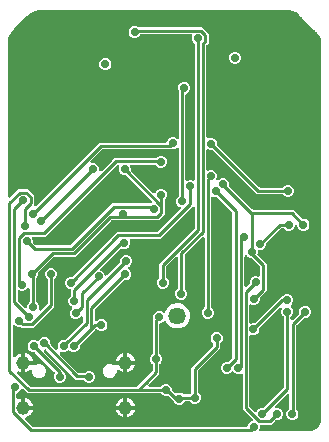
<source format=gbr>
G04 EAGLE Gerber RS-274X export*
G75*
%MOMM*%
%FSLAX34Y34*%
%LPD*%
%INPCBWay Copper Layer 2*%
%IPPOS*%
%AMOC8*
5,1,8,0,0,1.08239X$1,22.5*%
G01*
%ADD10C,1.158000*%
%ADD11C,1.458000*%
%ADD12C,0.711200*%
%ADD13C,0.254000*%

G36*
X256198Y3811D02*
X256198Y3811D01*
X256201Y3811D01*
X264486Y3834D01*
X264505Y3836D01*
X264523Y3835D01*
X264683Y3850D01*
X266186Y4090D01*
X266278Y4117D01*
X266372Y4135D01*
X266473Y4174D01*
X266491Y4179D01*
X266500Y4185D01*
X266522Y4193D01*
X269385Y5530D01*
X269516Y5612D01*
X269647Y5693D01*
X269652Y5698D01*
X269654Y5699D01*
X269660Y5705D01*
X269766Y5803D01*
X271950Y8086D01*
X272040Y8207D01*
X272134Y8333D01*
X272137Y8339D01*
X272139Y8341D01*
X272142Y8348D01*
X272205Y8478D01*
X273413Y11397D01*
X273439Y11490D01*
X273473Y11580D01*
X273492Y11686D01*
X273497Y11704D01*
X273497Y11715D01*
X273501Y11738D01*
X273681Y13304D01*
X273681Y13317D01*
X273689Y13449D01*
X273689Y335376D01*
X273677Y335472D01*
X273675Y335568D01*
X273652Y335672D01*
X273649Y335692D01*
X273645Y335702D01*
X273640Y335725D01*
X273136Y337486D01*
X273095Y337583D01*
X273061Y337684D01*
X273020Y337758D01*
X273011Y337778D01*
X273002Y337791D01*
X272982Y337825D01*
X270682Y341388D01*
X270613Y341470D01*
X270552Y341557D01*
X270491Y341615D01*
X270477Y341632D01*
X270464Y341641D01*
X270436Y341668D01*
X269873Y342145D01*
X269834Y342170D01*
X269800Y342203D01*
X269701Y342257D01*
X269607Y342318D01*
X269562Y342333D01*
X269521Y342356D01*
X269412Y342384D01*
X269335Y342410D01*
X268509Y343237D01*
X268482Y343257D01*
X268459Y343283D01*
X268333Y343383D01*
X267412Y344020D01*
X267371Y344150D01*
X267331Y344288D01*
X267323Y344301D01*
X267318Y344316D01*
X267242Y344438D01*
X267169Y344562D01*
X267155Y344578D01*
X267150Y344586D01*
X267137Y344599D01*
X267063Y344682D01*
X257607Y354138D01*
X257579Y354160D01*
X257555Y354187D01*
X257454Y354257D01*
X257356Y354333D01*
X257323Y354347D01*
X257293Y354368D01*
X257177Y354410D01*
X257100Y354444D01*
X256230Y355506D01*
X256216Y355519D01*
X256146Y355599D01*
X254978Y356768D01*
X254944Y356825D01*
X254876Y356902D01*
X254865Y356918D01*
X254856Y356925D01*
X254838Y356946D01*
X254308Y357477D01*
X254224Y357542D01*
X254146Y357614D01*
X254074Y357658D01*
X254057Y357672D01*
X254042Y357678D01*
X254009Y357699D01*
X249839Y359934D01*
X249739Y359973D01*
X249644Y360019D01*
X249562Y360041D01*
X249542Y360048D01*
X249526Y360050D01*
X249488Y360060D01*
X247282Y360502D01*
X247237Y360505D01*
X247194Y360516D01*
X247033Y360527D01*
X209933Y360527D01*
X209933Y360526D01*
X209932Y360527D01*
X72090Y360405D01*
X72077Y360404D01*
X69999Y360404D01*
X69998Y360404D01*
X67929Y360402D01*
X67923Y360403D01*
X67913Y360402D01*
X67908Y360402D01*
X67883Y360403D01*
X38244Y360400D01*
X38242Y360400D01*
X36139Y360400D01*
X36119Y360397D01*
X36056Y360397D01*
X34109Y360269D01*
X34066Y360261D01*
X34021Y360261D01*
X33864Y360229D01*
X30101Y359221D01*
X30022Y359188D01*
X29940Y359165D01*
X29817Y359105D01*
X29807Y359101D01*
X29803Y359098D01*
X29795Y359094D01*
X26422Y357147D01*
X26387Y357120D01*
X26348Y357100D01*
X26220Y357002D01*
X24753Y355715D01*
X24739Y355699D01*
X24692Y355658D01*
X15104Y346070D01*
X15050Y346000D01*
X14988Y345937D01*
X14953Y345876D01*
X13637Y344602D01*
X13632Y344597D01*
X13621Y344587D01*
X13581Y344547D01*
X13571Y344534D01*
X13539Y344502D01*
X12225Y343054D01*
X12199Y343018D01*
X12168Y342987D01*
X12076Y342854D01*
X10054Y339482D01*
X10019Y339404D01*
X9976Y339330D01*
X9930Y339201D01*
X9925Y339191D01*
X9925Y339187D01*
X9922Y339178D01*
X8840Y335398D01*
X8834Y335354D01*
X8819Y335312D01*
X8796Y335153D01*
X8635Y333198D01*
X8636Y333176D01*
X8630Y333094D01*
X8630Y203013D01*
X8648Y202876D01*
X8661Y202737D01*
X8668Y202718D01*
X8670Y202698D01*
X8721Y202569D01*
X8769Y202438D01*
X8780Y202421D01*
X8787Y202402D01*
X8869Y202290D01*
X8947Y202175D01*
X8962Y202161D01*
X8974Y202145D01*
X9081Y202056D01*
X9186Y201964D01*
X9204Y201955D01*
X9219Y201942D01*
X9345Y201883D01*
X9469Y201820D01*
X9489Y201815D01*
X9507Y201807D01*
X9643Y201780D01*
X9779Y201750D01*
X9799Y201751D01*
X9819Y201747D01*
X9958Y201755D01*
X10097Y201760D01*
X10116Y201765D01*
X10137Y201766D01*
X10269Y201809D01*
X10402Y201848D01*
X10420Y201858D01*
X10439Y201865D01*
X10557Y201939D01*
X10676Y202010D01*
X10697Y202028D01*
X10708Y202035D01*
X10722Y202050D01*
X10797Y202116D01*
X17358Y208677D01*
X25426Y208677D01*
X30783Y203320D01*
X30783Y196073D01*
X30801Y195935D01*
X30814Y195796D01*
X30820Y195777D01*
X30823Y195757D01*
X30874Y195628D01*
X30921Y195497D01*
X30933Y195480D01*
X30940Y195462D01*
X31021Y195349D01*
X31100Y195234D01*
X31115Y195221D01*
X31127Y195204D01*
X31234Y195116D01*
X31338Y195024D01*
X31356Y195014D01*
X31372Y195001D01*
X31497Y194942D01*
X31621Y194879D01*
X31641Y194874D01*
X31660Y194866D01*
X31796Y194840D01*
X31932Y194809D01*
X31952Y194810D01*
X31972Y194806D01*
X32110Y194815D01*
X32250Y194819D01*
X32269Y194825D01*
X32289Y194826D01*
X32421Y194869D01*
X32555Y194907D01*
X32573Y194918D01*
X32592Y194924D01*
X32709Y194998D01*
X32829Y195069D01*
X32850Y195088D01*
X32861Y195094D01*
X32875Y195109D01*
X32950Y195175D01*
X84188Y246413D01*
X86197Y248422D01*
X142239Y248422D01*
X142269Y248426D01*
X142298Y248424D01*
X142426Y248446D01*
X142555Y248462D01*
X142582Y248473D01*
X142612Y248478D01*
X142730Y248531D01*
X142851Y248579D01*
X142875Y248596D01*
X142902Y248609D01*
X143003Y248690D01*
X143108Y248766D01*
X143127Y248789D01*
X143150Y248807D01*
X143228Y248911D01*
X143311Y249011D01*
X143323Y249038D01*
X143341Y249061D01*
X143412Y249206D01*
X143954Y250514D01*
X145383Y251943D01*
X147250Y252716D01*
X149272Y252716D01*
X151139Y251943D01*
X151287Y251795D01*
X151397Y251710D01*
X151504Y251621D01*
X151522Y251612D01*
X151538Y251600D01*
X151666Y251545D01*
X151792Y251486D01*
X151812Y251482D01*
X151830Y251474D01*
X151968Y251452D01*
X152104Y251426D01*
X152124Y251427D01*
X152144Y251424D01*
X152283Y251437D01*
X152422Y251446D01*
X152441Y251452D01*
X152461Y251454D01*
X152592Y251501D01*
X152724Y251544D01*
X152741Y251554D01*
X152760Y251561D01*
X152876Y251639D01*
X152993Y251714D01*
X153007Y251728D01*
X153023Y251740D01*
X153116Y251844D01*
X153211Y251945D01*
X153220Y251963D01*
X153234Y251978D01*
X153297Y252102D01*
X153364Y252224D01*
X153369Y252243D01*
X153379Y252261D01*
X153409Y252397D01*
X153444Y252532D01*
X153445Y252560D01*
X153448Y252572D01*
X153448Y252592D01*
X153454Y252692D01*
X153455Y292260D01*
X153453Y292269D01*
X153455Y292278D01*
X153433Y292427D01*
X153415Y292575D01*
X153411Y292584D01*
X153410Y292593D01*
X153358Y292746D01*
X152970Y293681D01*
X152970Y295703D01*
X153744Y297570D01*
X155173Y298999D01*
X157041Y299773D01*
X159062Y299773D01*
X160929Y298999D01*
X162358Y297570D01*
X163132Y295703D01*
X163132Y293681D01*
X162358Y291814D01*
X160929Y290385D01*
X159828Y289928D01*
X159802Y289914D01*
X159774Y289905D01*
X159664Y289835D01*
X159551Y289771D01*
X159530Y289750D01*
X159505Y289734D01*
X159416Y289640D01*
X159323Y289549D01*
X159307Y289524D01*
X159287Y289503D01*
X159225Y289389D01*
X159157Y289278D01*
X159148Y289250D01*
X159134Y289224D01*
X159101Y289099D01*
X159063Y288974D01*
X159062Y288945D01*
X159054Y288916D01*
X159044Y288756D01*
X159043Y217020D01*
X159049Y216970D01*
X159047Y216921D01*
X159063Y216841D01*
X159065Y216808D01*
X159072Y216785D01*
X159083Y216704D01*
X159101Y216658D01*
X159111Y216609D01*
X159159Y216511D01*
X159200Y216408D01*
X159229Y216368D01*
X159251Y216323D01*
X159322Y216240D01*
X159386Y216151D01*
X159425Y216119D01*
X159457Y216081D01*
X159547Y216018D01*
X159631Y215948D01*
X159676Y215927D01*
X159717Y215898D01*
X159820Y215859D01*
X159919Y215813D01*
X159968Y215803D01*
X160014Y215786D01*
X160124Y215773D01*
X160231Y215753D01*
X160281Y215756D01*
X160330Y215750D01*
X160439Y215766D01*
X160549Y215773D01*
X160596Y215788D01*
X160645Y215795D01*
X160798Y215847D01*
X162026Y216356D01*
X164047Y216356D01*
X165126Y215908D01*
X165174Y215895D01*
X165219Y215874D01*
X165327Y215854D01*
X165433Y215825D01*
X165483Y215824D01*
X165531Y215814D01*
X165641Y215821D01*
X165751Y215819D01*
X165799Y215831D01*
X165849Y215834D01*
X165953Y215868D01*
X166060Y215894D01*
X166104Y215917D01*
X166151Y215932D01*
X166244Y215991D01*
X166341Y216042D01*
X166378Y216076D01*
X166420Y216102D01*
X166495Y216182D01*
X166577Y216256D01*
X166604Y216298D01*
X166638Y216334D01*
X166691Y216430D01*
X166751Y216522D01*
X166768Y216569D01*
X166792Y216612D01*
X166819Y216719D01*
X166855Y216823D01*
X166859Y216872D01*
X166871Y216920D01*
X166881Y217081D01*
X166881Y331667D01*
X166869Y331765D01*
X166866Y331864D01*
X166849Y331922D01*
X166841Y331982D01*
X166805Y332074D01*
X166777Y332169D01*
X166747Y332222D01*
X166724Y332278D01*
X166666Y332358D01*
X166616Y332443D01*
X166550Y332519D01*
X166538Y332535D01*
X166528Y332543D01*
X166509Y332564D01*
X165241Y333833D01*
X164467Y335700D01*
X164467Y337722D01*
X164834Y338608D01*
X164848Y338656D01*
X164869Y338701D01*
X164889Y338809D01*
X164918Y338915D01*
X164919Y338965D01*
X164929Y339013D01*
X164922Y339123D01*
X164923Y339233D01*
X164912Y339281D01*
X164909Y339331D01*
X164875Y339435D01*
X164849Y339542D01*
X164826Y339586D01*
X164811Y339633D01*
X164752Y339726D01*
X164701Y339823D01*
X164667Y339860D01*
X164641Y339902D01*
X164561Y339977D01*
X164487Y340059D01*
X164445Y340086D01*
X164409Y340120D01*
X164313Y340173D01*
X164221Y340233D01*
X164174Y340250D01*
X164130Y340274D01*
X164024Y340301D01*
X163920Y340337D01*
X163871Y340341D01*
X163823Y340353D01*
X163662Y340363D01*
X121602Y340363D01*
X121573Y340359D01*
X121543Y340362D01*
X121415Y340340D01*
X121287Y340323D01*
X121259Y340313D01*
X121230Y340307D01*
X121111Y340254D01*
X120991Y340206D01*
X120967Y340189D01*
X120940Y340177D01*
X120839Y340096D01*
X120733Y340019D01*
X120715Y339997D01*
X120692Y339978D01*
X120614Y339875D01*
X120531Y339775D01*
X120518Y339748D01*
X120500Y339724D01*
X120429Y339580D01*
X120248Y339143D01*
X118819Y337713D01*
X116952Y336940D01*
X114931Y336940D01*
X113063Y337713D01*
X111634Y339143D01*
X110860Y341010D01*
X110860Y343031D01*
X111634Y344899D01*
X113063Y346328D01*
X114931Y347101D01*
X116952Y347101D01*
X118819Y346328D01*
X118823Y346324D01*
X118901Y346264D01*
X118973Y346196D01*
X119026Y346167D01*
X119074Y346129D01*
X119165Y346090D01*
X119252Y346042D01*
X119310Y346027D01*
X119366Y346003D01*
X119464Y345988D01*
X119560Y345963D01*
X119660Y345957D01*
X119680Y345953D01*
X119692Y345954D01*
X119720Y345953D01*
X172934Y345953D01*
X172947Y345945D01*
X173006Y345930D01*
X173062Y345906D01*
X173160Y345891D01*
X173255Y345866D01*
X173330Y345861D01*
X178693Y340499D01*
X178693Y332923D01*
X177070Y331301D01*
X177010Y331223D01*
X176942Y331150D01*
X176913Y331097D01*
X176876Y331050D01*
X176836Y330959D01*
X176788Y330872D01*
X176773Y330813D01*
X176749Y330758D01*
X176734Y330660D01*
X176709Y330564D01*
X176703Y330464D01*
X176699Y330444D01*
X176701Y330431D01*
X176699Y330403D01*
X176699Y253320D01*
X176705Y253270D01*
X176703Y253221D01*
X176725Y253113D01*
X176739Y253004D01*
X176757Y252958D01*
X176767Y252909D01*
X176815Y252811D01*
X176856Y252709D01*
X176885Y252669D01*
X176907Y252624D01*
X176978Y252540D01*
X177042Y252451D01*
X177081Y252420D01*
X177113Y252382D01*
X177203Y252319D01*
X177287Y252248D01*
X177332Y252227D01*
X177373Y252199D01*
X177476Y252160D01*
X177575Y252113D01*
X177624Y252104D01*
X177670Y252086D01*
X177780Y252074D01*
X177887Y252053D01*
X177937Y252056D01*
X177986Y252051D01*
X178095Y252066D01*
X178205Y252073D01*
X178252Y252088D01*
X178301Y252095D01*
X178454Y252147D01*
X179490Y252576D01*
X181511Y252576D01*
X183378Y251803D01*
X184808Y250374D01*
X185581Y248506D01*
X185581Y247037D01*
X185594Y246938D01*
X185597Y246839D01*
X185613Y246781D01*
X185621Y246721D01*
X185657Y246629D01*
X185685Y246534D01*
X185716Y246482D01*
X185738Y246425D01*
X185796Y246345D01*
X185847Y246260D01*
X185913Y246184D01*
X185925Y246168D01*
X185934Y246160D01*
X185953Y246139D01*
X221529Y210563D01*
X221608Y210502D01*
X221680Y210434D01*
X221733Y210405D01*
X221781Y210368D01*
X221872Y210328D01*
X221958Y210280D01*
X222017Y210265D01*
X222073Y210241D01*
X222171Y210226D01*
X222266Y210201D01*
X222366Y210195D01*
X222387Y210191D01*
X222399Y210193D01*
X222427Y210191D01*
X240883Y210191D01*
X240981Y210203D01*
X241080Y210206D01*
X241139Y210223D01*
X241199Y210231D01*
X241291Y210267D01*
X241386Y210295D01*
X241438Y210325D01*
X241494Y210348D01*
X241574Y210406D01*
X241660Y210456D01*
X241735Y210522D01*
X241752Y210534D01*
X241759Y210544D01*
X241781Y210563D01*
X242921Y211703D01*
X244789Y212477D01*
X246810Y212477D01*
X248677Y211703D01*
X250107Y210274D01*
X250880Y208407D01*
X250880Y206385D01*
X250107Y204518D01*
X248677Y203089D01*
X246810Y202315D01*
X244789Y202315D01*
X242921Y203089D01*
X241781Y204230D01*
X241702Y204290D01*
X241630Y204358D01*
X241577Y204387D01*
X241529Y204424D01*
X241438Y204464D01*
X241352Y204512D01*
X241293Y204527D01*
X241238Y204551D01*
X241140Y204566D01*
X241044Y204591D01*
X240944Y204597D01*
X240923Y204601D01*
X240911Y204600D01*
X240883Y204601D01*
X219586Y204601D01*
X182144Y242043D01*
X182066Y242104D01*
X181994Y242172D01*
X181941Y242201D01*
X181893Y242238D01*
X181802Y242277D01*
X181715Y242325D01*
X181657Y242340D01*
X181601Y242364D01*
X181503Y242380D01*
X181407Y242405D01*
X181307Y242411D01*
X181287Y242414D01*
X181275Y242413D01*
X181247Y242415D01*
X179490Y242415D01*
X178454Y242844D01*
X178406Y242857D01*
X178361Y242878D01*
X178253Y242899D01*
X178147Y242928D01*
X178097Y242929D01*
X178048Y242938D01*
X177939Y242931D01*
X177829Y242933D01*
X177781Y242921D01*
X177731Y242918D01*
X177627Y242885D01*
X177520Y242859D01*
X177476Y242836D01*
X177429Y242820D01*
X177336Y242762D01*
X177239Y242710D01*
X177202Y242677D01*
X177160Y242650D01*
X177085Y242570D01*
X177003Y242496D01*
X176976Y242455D01*
X176942Y242419D01*
X176889Y242322D01*
X176829Y242231D01*
X176812Y242184D01*
X176788Y242140D01*
X176761Y242034D01*
X176725Y241930D01*
X176721Y241880D01*
X176709Y241832D01*
X176699Y241671D01*
X176699Y225832D01*
X176705Y225783D01*
X176703Y225734D01*
X176725Y225626D01*
X176739Y225517D01*
X176757Y225471D01*
X176767Y225422D01*
X176815Y225323D01*
X176856Y225221D01*
X176885Y225181D01*
X176907Y225136D01*
X176978Y225053D01*
X177042Y224964D01*
X177081Y224932D01*
X177113Y224894D01*
X177203Y224831D01*
X177287Y224761D01*
X177332Y224740D01*
X177373Y224711D01*
X177476Y224672D01*
X177575Y224626D01*
X177624Y224616D01*
X177670Y224599D01*
X177780Y224586D01*
X177887Y224566D01*
X177937Y224569D01*
X177986Y224563D01*
X178095Y224579D01*
X178205Y224586D01*
X178252Y224601D01*
X178301Y224608D01*
X178454Y224660D01*
X179275Y225000D01*
X181297Y225000D01*
X183164Y224227D01*
X184593Y222797D01*
X185367Y220930D01*
X185367Y218909D01*
X185053Y218152D01*
X185035Y218085D01*
X185007Y218021D01*
X184993Y217932D01*
X184969Y217846D01*
X184968Y217776D01*
X184957Y217707D01*
X184966Y217617D01*
X184964Y217528D01*
X184981Y217460D01*
X184987Y217390D01*
X185018Y217306D01*
X185038Y217218D01*
X185071Y217157D01*
X185095Y217091D01*
X185145Y217016D01*
X185187Y216937D01*
X185234Y216886D01*
X185273Y216828D01*
X185341Y216768D01*
X185401Y216702D01*
X185459Y216663D01*
X185512Y216617D01*
X185592Y216576D01*
X185667Y216527D01*
X185733Y216504D01*
X185795Y216473D01*
X185883Y216453D01*
X185968Y216424D01*
X186037Y216418D01*
X186105Y216403D01*
X186195Y216406D01*
X186285Y216399D01*
X186353Y216411D01*
X186423Y216413D01*
X186510Y216438D01*
X186598Y216453D01*
X186662Y216482D01*
X186729Y216501D01*
X186806Y216547D01*
X186888Y216584D01*
X186942Y216627D01*
X187003Y216663D01*
X187123Y216769D01*
X187919Y217565D01*
X189787Y218338D01*
X191808Y218338D01*
X193675Y217565D01*
X195104Y216136D01*
X195878Y214268D01*
X195878Y212207D01*
X195890Y212108D01*
X195893Y212009D01*
X195910Y211951D01*
X195918Y211891D01*
X195954Y211799D01*
X195982Y211704D01*
X196013Y211652D01*
X196035Y211595D01*
X196093Y211515D01*
X196143Y211430D01*
X196210Y211354D01*
X196222Y211338D01*
X196231Y211330D01*
X196250Y211309D01*
X215661Y191898D01*
X215739Y191837D01*
X215811Y191769D01*
X215864Y191740D01*
X215912Y191703D01*
X216003Y191664D01*
X216090Y191616D01*
X216148Y191601D01*
X216204Y191577D01*
X216302Y191561D01*
X216398Y191536D01*
X216498Y191530D01*
X216518Y191527D01*
X216530Y191528D01*
X216558Y191526D01*
X250331Y191526D01*
X257389Y184468D01*
X257468Y184407D01*
X257540Y184339D01*
X257593Y184310D01*
X257641Y184273D01*
X257732Y184233D01*
X257818Y184186D01*
X257877Y184170D01*
X257932Y184146D01*
X258030Y184131D01*
X258126Y184106D01*
X258226Y184100D01*
X258247Y184097D01*
X258259Y184098D01*
X258287Y184096D01*
X259947Y184096D01*
X261814Y183322D01*
X263244Y181893D01*
X264017Y180026D01*
X264017Y178005D01*
X263244Y176137D01*
X261814Y174708D01*
X259947Y173934D01*
X257926Y173934D01*
X256058Y174708D01*
X254629Y176137D01*
X253805Y178126D01*
X253737Y178247D01*
X253671Y178370D01*
X253658Y178385D01*
X253648Y178402D01*
X253551Y178502D01*
X253458Y178605D01*
X253441Y178616D01*
X253427Y178631D01*
X253308Y178703D01*
X253192Y178780D01*
X253173Y178786D01*
X253155Y178797D01*
X253023Y178838D01*
X252891Y178883D01*
X252871Y178885D01*
X252851Y178891D01*
X252713Y178897D01*
X252574Y178908D01*
X252554Y178905D01*
X252534Y178906D01*
X252398Y178878D01*
X252261Y178854D01*
X252242Y178845D01*
X252222Y178841D01*
X252097Y178780D01*
X251971Y178723D01*
X251955Y178711D01*
X251937Y178702D01*
X251831Y178611D01*
X251722Y178525D01*
X251710Y178508D01*
X251695Y178495D01*
X251615Y178382D01*
X251531Y178271D01*
X251519Y178245D01*
X251512Y178235D01*
X251504Y178216D01*
X251460Y178126D01*
X250604Y176060D01*
X249175Y174630D01*
X247308Y173857D01*
X245286Y173857D01*
X243419Y174630D01*
X242278Y175771D01*
X242200Y175832D01*
X242128Y175900D01*
X242075Y175929D01*
X242027Y175966D01*
X241936Y176005D01*
X241849Y176053D01*
X241791Y176068D01*
X241735Y176092D01*
X241637Y176108D01*
X241541Y176133D01*
X241441Y176139D01*
X241421Y176142D01*
X241409Y176141D01*
X241381Y176143D01*
X240407Y176143D01*
X240309Y176130D01*
X240210Y176127D01*
X240152Y176111D01*
X240092Y176103D01*
X240000Y176067D01*
X239905Y176039D01*
X239852Y176008D01*
X239796Y175986D01*
X239716Y175928D01*
X239631Y175878D01*
X239555Y175811D01*
X239539Y175799D01*
X239531Y175790D01*
X239510Y175771D01*
X227888Y164149D01*
X227827Y164071D01*
X227759Y163999D01*
X227730Y163946D01*
X227693Y163898D01*
X227653Y163807D01*
X227606Y163720D01*
X227590Y163662D01*
X227566Y163606D01*
X227551Y163508D01*
X227526Y163412D01*
X227520Y163312D01*
X227517Y163292D01*
X227518Y163280D01*
X227516Y163252D01*
X227516Y161638D01*
X226742Y159771D01*
X225313Y158342D01*
X223446Y157568D01*
X221396Y157568D01*
X221278Y157553D01*
X221159Y157546D01*
X221121Y157533D01*
X221080Y157528D01*
X220970Y157484D01*
X220856Y157448D01*
X220822Y157426D01*
X220785Y157411D01*
X220688Y157341D01*
X220588Y157278D01*
X220560Y157248D01*
X220527Y157224D01*
X220451Y157133D01*
X220370Y157046D01*
X220350Y157011D01*
X220325Y156979D01*
X220274Y156872D01*
X220216Y156768D01*
X220206Y156728D01*
X220189Y156692D01*
X220167Y156575D01*
X220137Y156460D01*
X220133Y156399D01*
X220129Y156379D01*
X220130Y156359D01*
X220127Y156299D01*
X220127Y154870D01*
X219951Y154446D01*
X219943Y154418D01*
X219930Y154391D01*
X219902Y154265D01*
X219867Y154139D01*
X219867Y154110D01*
X219860Y154081D01*
X219864Y153951D01*
X219862Y153821D01*
X219869Y153793D01*
X219870Y153763D01*
X219906Y153638D01*
X219936Y153512D01*
X219950Y153486D01*
X219958Y153458D01*
X220024Y153346D01*
X220085Y153231D01*
X220105Y153209D01*
X220120Y153184D01*
X220226Y153063D01*
X227789Y145501D01*
X227789Y122668D01*
X225780Y120659D01*
X222474Y117353D01*
X222413Y117275D01*
X222345Y117203D01*
X222316Y117150D01*
X222279Y117102D01*
X222240Y117011D01*
X222192Y116924D01*
X222177Y116866D01*
X222153Y116810D01*
X222137Y116712D01*
X222112Y116616D01*
X222106Y116516D01*
X222103Y116496D01*
X222104Y116484D01*
X222102Y116456D01*
X222102Y114842D01*
X221329Y112975D01*
X219899Y111546D01*
X218032Y110772D01*
X216011Y110772D01*
X214766Y111288D01*
X214718Y111301D01*
X214673Y111322D01*
X214565Y111343D01*
X214459Y111372D01*
X214409Y111373D01*
X214360Y111382D01*
X214251Y111375D01*
X214141Y111377D01*
X214092Y111365D01*
X214043Y111362D01*
X213939Y111328D01*
X213832Y111303D01*
X213788Y111280D01*
X213740Y111264D01*
X213648Y111205D01*
X213551Y111154D01*
X213514Y111121D01*
X213472Y111094D01*
X213397Y111014D01*
X213315Y110940D01*
X213288Y110899D01*
X213254Y110862D01*
X213201Y110766D01*
X213140Y110674D01*
X213124Y110627D01*
X213100Y110584D01*
X213073Y110477D01*
X213037Y110374D01*
X213033Y110324D01*
X213021Y110276D01*
X213011Y110115D01*
X213011Y96248D01*
X213017Y96198D01*
X213015Y96149D01*
X213037Y96041D01*
X213050Y95932D01*
X213069Y95886D01*
X213079Y95837D01*
X213127Y95738D01*
X213168Y95636D01*
X213197Y95596D01*
X213219Y95552D01*
X213290Y95468D01*
X213354Y95379D01*
X213393Y95347D01*
X213425Y95310D01*
X213515Y95246D01*
X213599Y95176D01*
X213644Y95155D01*
X213685Y95127D01*
X213788Y95088D01*
X213887Y95041D01*
X213936Y95031D01*
X213982Y95014D01*
X214092Y95002D01*
X214199Y94981D01*
X214249Y94984D01*
X214298Y94979D01*
X214407Y94994D01*
X214517Y95001D01*
X214564Y95016D01*
X214613Y95023D01*
X214766Y95075D01*
X215607Y95424D01*
X217094Y95424D01*
X217192Y95436D01*
X217291Y95439D01*
X217349Y95456D01*
X217409Y95464D01*
X217501Y95500D01*
X217597Y95528D01*
X217649Y95558D01*
X217705Y95581D01*
X217785Y95639D01*
X217870Y95689D01*
X217946Y95755D01*
X217962Y95767D01*
X217970Y95777D01*
X217991Y95795D01*
X239991Y117795D01*
X240317Y117795D01*
X240415Y117807D01*
X240514Y117810D01*
X240573Y117827D01*
X240633Y117835D01*
X240725Y117871D01*
X240820Y117899D01*
X240872Y117929D01*
X240928Y117952D01*
X241008Y118010D01*
X241094Y118060D01*
X241169Y118127D01*
X241186Y118139D01*
X241194Y118148D01*
X241215Y118167D01*
X242356Y119307D01*
X244223Y120081D01*
X246244Y120081D01*
X248111Y119307D01*
X249541Y117878D01*
X250314Y116011D01*
X250314Y113989D01*
X249541Y112122D01*
X248509Y111091D01*
X248437Y110997D01*
X248358Y110908D01*
X248339Y110871D01*
X248314Y110840D01*
X248267Y110730D01*
X248213Y110624D01*
X248204Y110585D01*
X248188Y110548D01*
X248169Y110430D01*
X248143Y110314D01*
X248145Y110274D01*
X248138Y110234D01*
X248149Y110115D01*
X248153Y109996D01*
X248164Y109957D01*
X248168Y109917D01*
X248208Y109805D01*
X248241Y109691D01*
X248262Y109656D01*
X248276Y109618D01*
X248343Y109519D01*
X248403Y109417D01*
X248443Y109372D01*
X248454Y109355D01*
X248470Y109341D01*
X248509Y109296D01*
X249607Y108198D01*
X250381Y106331D01*
X250381Y104309D01*
X249607Y102442D01*
X248279Y101113D01*
X248218Y101035D01*
X248150Y100963D01*
X248121Y100910D01*
X248084Y100862D01*
X248044Y100771D01*
X247996Y100684D01*
X247981Y100626D01*
X247957Y100570D01*
X247942Y100472D01*
X247917Y100376D01*
X247911Y100276D01*
X247907Y100256D01*
X247909Y100244D01*
X247907Y100216D01*
X247907Y99463D01*
X247924Y99326D01*
X247937Y99187D01*
X247944Y99168D01*
X247947Y99148D01*
X247998Y99019D01*
X248045Y98888D01*
X248056Y98871D01*
X248064Y98852D01*
X248145Y98740D01*
X248223Y98625D01*
X248239Y98611D01*
X248251Y98595D01*
X248358Y98506D01*
X248462Y98414D01*
X248480Y98405D01*
X248495Y98392D01*
X248621Y98333D01*
X248745Y98270D01*
X248765Y98265D01*
X248783Y98256D01*
X248919Y98230D01*
X249055Y98200D01*
X249076Y98200D01*
X249096Y98197D01*
X249234Y98205D01*
X249373Y98210D01*
X249393Y98215D01*
X249413Y98216D01*
X249545Y98259D01*
X249679Y98298D01*
X249696Y98308D01*
X249715Y98314D01*
X249833Y98389D01*
X249953Y98459D01*
X249974Y98478D01*
X249984Y98485D01*
X249998Y98500D01*
X250074Y98566D01*
X255128Y103620D01*
X255188Y103698D01*
X255256Y103770D01*
X255285Y103823D01*
X255322Y103871D01*
X255362Y103962D01*
X255410Y104049D01*
X255425Y104107D01*
X255449Y104163D01*
X255464Y104261D01*
X255489Y104357D01*
X255495Y104457D01*
X255499Y104477D01*
X255497Y104489D01*
X255499Y104517D01*
X255499Y106131D01*
X256273Y107998D01*
X257702Y109427D01*
X259569Y110201D01*
X261591Y110201D01*
X263458Y109427D01*
X264887Y107998D01*
X265661Y106131D01*
X265661Y104109D01*
X264887Y102242D01*
X263458Y100813D01*
X261591Y100039D01*
X259977Y100039D01*
X259879Y100027D01*
X259780Y100024D01*
X259722Y100007D01*
X259662Y99999D01*
X259570Y99963D01*
X259475Y99935D01*
X259422Y99905D01*
X259366Y99882D01*
X259286Y99824D01*
X259201Y99774D01*
X259125Y99708D01*
X259109Y99696D01*
X259101Y99686D01*
X259080Y99668D01*
X253041Y93628D01*
X252980Y93550D01*
X252912Y93478D01*
X252883Y93425D01*
X252846Y93377D01*
X252806Y93286D01*
X252759Y93200D01*
X252744Y93141D01*
X252719Y93085D01*
X252704Y92987D01*
X252679Y92892D01*
X252673Y92792D01*
X252670Y92771D01*
X252671Y92759D01*
X252669Y92731D01*
X252669Y23242D01*
X252681Y23144D01*
X252684Y23045D01*
X252701Y22987D01*
X252709Y22926D01*
X252745Y22834D01*
X252773Y22739D01*
X252804Y22687D01*
X252826Y22631D01*
X252884Y22551D01*
X252934Y22465D01*
X253001Y22390D01*
X253013Y22373D01*
X253022Y22366D01*
X253041Y22345D01*
X253887Y21498D01*
X254661Y19631D01*
X254661Y17609D01*
X253887Y15742D01*
X252458Y14313D01*
X250591Y13539D01*
X248569Y13539D01*
X246702Y14313D01*
X245273Y15742D01*
X244499Y17609D01*
X244499Y19631D01*
X245273Y21498D01*
X246708Y22933D01*
X246768Y23011D01*
X246836Y23083D01*
X246866Y23136D01*
X246903Y23184D01*
X246942Y23275D01*
X246990Y23362D01*
X247005Y23420D01*
X247029Y23476D01*
X247045Y23574D01*
X247069Y23670D01*
X247076Y23770D01*
X247079Y23790D01*
X247078Y23803D01*
X247080Y23831D01*
X247080Y34623D01*
X247062Y34761D01*
X247049Y34899D01*
X247042Y34918D01*
X247040Y34938D01*
X246989Y35068D01*
X246941Y35199D01*
X246930Y35215D01*
X246923Y35234D01*
X246841Y35347D01*
X246763Y35462D01*
X246748Y35475D01*
X246736Y35492D01*
X246628Y35580D01*
X246524Y35672D01*
X246506Y35681D01*
X246491Y35694D01*
X246365Y35753D01*
X246241Y35817D01*
X246221Y35821D01*
X246203Y35830D01*
X246067Y35856D01*
X245931Y35886D01*
X245911Y35886D01*
X245891Y35890D01*
X245752Y35881D01*
X245613Y35877D01*
X245594Y35871D01*
X245573Y35870D01*
X245441Y35827D01*
X245308Y35788D01*
X245290Y35778D01*
X245271Y35772D01*
X245153Y35698D01*
X245034Y35627D01*
X245012Y35608D01*
X245002Y35602D01*
X244988Y35587D01*
X244913Y35520D01*
X235120Y25727D01*
X235035Y25618D01*
X234946Y25511D01*
X234937Y25492D01*
X234925Y25476D01*
X234869Y25348D01*
X234810Y25223D01*
X234807Y25203D01*
X234799Y25184D01*
X234777Y25046D01*
X234751Y24910D01*
X234752Y24890D01*
X234749Y24870D01*
X234762Y24731D01*
X234770Y24593D01*
X234777Y24574D01*
X234778Y24554D01*
X234826Y24422D01*
X234868Y24291D01*
X234879Y24273D01*
X234886Y24254D01*
X234964Y24139D01*
X235039Y24022D01*
X235053Y24008D01*
X235065Y23991D01*
X235169Y23899D01*
X235270Y23804D01*
X235288Y23794D01*
X235303Y23781D01*
X235427Y23717D01*
X235549Y23650D01*
X235568Y23645D01*
X235586Y23636D01*
X235722Y23606D01*
X235857Y23571D01*
X235885Y23569D01*
X235897Y23566D01*
X235917Y23567D01*
X236017Y23561D01*
X237691Y23561D01*
X239558Y22787D01*
X240987Y21358D01*
X241761Y19491D01*
X241761Y17469D01*
X240987Y15602D01*
X239558Y14173D01*
X237691Y13399D01*
X235757Y13399D01*
X235659Y13387D01*
X235560Y13384D01*
X235502Y13367D01*
X235442Y13359D01*
X235350Y13323D01*
X235254Y13295D01*
X235202Y13265D01*
X235146Y13242D01*
X235066Y13184D01*
X234981Y13134D01*
X234905Y13068D01*
X234889Y13056D01*
X234881Y13046D01*
X234860Y13028D01*
X231427Y9595D01*
X222979Y9595D01*
X222861Y9580D01*
X222742Y9573D01*
X222704Y9560D01*
X222663Y9555D01*
X222553Y9512D01*
X222440Y9475D01*
X222405Y9453D01*
X222368Y9438D01*
X222272Y9369D01*
X222171Y9305D01*
X222143Y9275D01*
X222110Y9252D01*
X222035Y9160D01*
X221953Y9073D01*
X221933Y9038D01*
X221908Y9007D01*
X221857Y8899D01*
X221799Y8795D01*
X221789Y8755D01*
X221772Y8719D01*
X221750Y8602D01*
X221720Y8487D01*
X221716Y8427D01*
X221712Y8407D01*
X221714Y8386D01*
X221710Y8326D01*
X221710Y6417D01*
X221357Y5566D01*
X221344Y5518D01*
X221323Y5473D01*
X221302Y5365D01*
X221273Y5259D01*
X221273Y5209D01*
X221263Y5160D01*
X221270Y5051D01*
X221268Y4941D01*
X221280Y4893D01*
X221283Y4843D01*
X221317Y4739D01*
X221342Y4632D01*
X221366Y4588D01*
X221381Y4541D01*
X221440Y4448D01*
X221491Y4351D01*
X221525Y4314D01*
X221551Y4272D01*
X221631Y4197D01*
X221705Y4115D01*
X221747Y4088D01*
X221783Y4054D01*
X221879Y4001D01*
X221971Y3941D01*
X222018Y3924D01*
X222061Y3900D01*
X222167Y3873D01*
X222272Y3837D01*
X222321Y3833D01*
X222369Y3821D01*
X222530Y3811D01*
X256197Y3811D01*
X256198Y3811D01*
G37*
G36*
X210496Y7878D02*
X210496Y7878D01*
X210526Y7876D01*
X210654Y7898D01*
X210782Y7915D01*
X210810Y7925D01*
X210839Y7930D01*
X210958Y7984D01*
X211078Y8032D01*
X211102Y8049D01*
X211129Y8061D01*
X211230Y8142D01*
X211336Y8218D01*
X211354Y8241D01*
X211377Y8260D01*
X211456Y8363D01*
X211538Y8463D01*
X211551Y8490D01*
X211569Y8514D01*
X211640Y8658D01*
X212322Y10305D01*
X213751Y11735D01*
X215179Y12326D01*
X215222Y12351D01*
X215269Y12368D01*
X215360Y12429D01*
X215456Y12484D01*
X215491Y12518D01*
X215532Y12546D01*
X215605Y12628D01*
X215684Y12705D01*
X215710Y12747D01*
X215743Y12785D01*
X215793Y12882D01*
X215850Y12976D01*
X215865Y13023D01*
X215887Y13068D01*
X215912Y13175D01*
X215944Y13280D01*
X215946Y13330D01*
X215957Y13378D01*
X215954Y13488D01*
X215959Y13598D01*
X215949Y13646D01*
X215947Y13696D01*
X215917Y13801D01*
X215895Y13909D01*
X215873Y13954D01*
X215859Y14001D01*
X215803Y14096D01*
X215755Y14195D01*
X215723Y14233D01*
X215698Y14275D01*
X215591Y14396D01*
X207473Y22514D01*
X207473Y51646D01*
X207467Y51695D01*
X207469Y51744D01*
X207447Y51852D01*
X207433Y51961D01*
X207415Y52007D01*
X207405Y52056D01*
X207357Y52154D01*
X207316Y52257D01*
X207287Y52297D01*
X207265Y52342D01*
X207194Y52425D01*
X207130Y52514D01*
X207091Y52546D01*
X207059Y52584D01*
X206969Y52647D01*
X206885Y52717D01*
X206840Y52738D01*
X206799Y52767D01*
X206696Y52806D01*
X206597Y52852D01*
X206548Y52862D01*
X206502Y52879D01*
X206392Y52892D01*
X206285Y52912D01*
X206235Y52909D01*
X206186Y52915D01*
X206077Y52899D01*
X205967Y52892D01*
X205920Y52877D01*
X205871Y52870D01*
X205718Y52818D01*
X204755Y52419D01*
X202734Y52419D01*
X200866Y53193D01*
X199769Y54289D01*
X199676Y54362D01*
X199586Y54441D01*
X199550Y54459D01*
X199518Y54484D01*
X199409Y54531D01*
X199303Y54586D01*
X199264Y54594D01*
X199226Y54611D01*
X199109Y54629D01*
X198993Y54655D01*
X198952Y54654D01*
X198912Y54660D01*
X198794Y54649D01*
X198675Y54646D01*
X198636Y54634D01*
X198596Y54631D01*
X198484Y54590D01*
X198369Y54557D01*
X198334Y54537D01*
X198296Y54523D01*
X198198Y54456D01*
X198095Y54396D01*
X198050Y54356D01*
X198033Y54344D01*
X198020Y54329D01*
X197974Y54289D01*
X196878Y53193D01*
X195011Y52419D01*
X192989Y52419D01*
X191122Y53193D01*
X189693Y54622D01*
X188919Y56489D01*
X188919Y58511D01*
X189693Y60378D01*
X191122Y61807D01*
X192989Y62581D01*
X194603Y62581D01*
X194701Y62593D01*
X194800Y62596D01*
X194858Y62613D01*
X194918Y62621D01*
X195010Y62657D01*
X195105Y62685D01*
X195158Y62715D01*
X195214Y62738D01*
X195294Y62796D01*
X195379Y62846D01*
X195455Y62912D01*
X195471Y62924D01*
X195479Y62934D01*
X195500Y62952D01*
X198290Y65742D01*
X198351Y65821D01*
X198419Y65893D01*
X198448Y65946D01*
X198485Y65994D01*
X198524Y66084D01*
X198572Y66171D01*
X198587Y66230D01*
X198611Y66285D01*
X198627Y66383D01*
X198652Y66479D01*
X198658Y66579D01*
X198661Y66600D01*
X198660Y66612D01*
X198662Y66640D01*
X198662Y188513D01*
X198649Y188611D01*
X198646Y188710D01*
X198629Y188769D01*
X198622Y188829D01*
X198585Y188921D01*
X198558Y189016D01*
X198527Y189068D01*
X198505Y189124D01*
X198447Y189204D01*
X198396Y189290D01*
X198330Y189365D01*
X198318Y189382D01*
X198309Y189389D01*
X198290Y189411D01*
X185991Y201710D01*
X185913Y201770D01*
X185841Y201838D01*
X185788Y201867D01*
X185740Y201905D01*
X185649Y201944D01*
X185562Y201992D01*
X185504Y202007D01*
X185448Y202031D01*
X185350Y202046D01*
X185254Y202071D01*
X185154Y202077D01*
X185134Y202081D01*
X185122Y202080D01*
X185094Y202081D01*
X183476Y202081D01*
X182546Y202467D01*
X182498Y202480D01*
X182453Y202501D01*
X182345Y202522D01*
X182239Y202551D01*
X182189Y202551D01*
X182140Y202561D01*
X182031Y202554D01*
X181921Y202556D01*
X181872Y202544D01*
X181823Y202541D01*
X181719Y202507D01*
X181612Y202482D01*
X181568Y202458D01*
X181520Y202443D01*
X181428Y202384D01*
X181331Y202333D01*
X181294Y202299D01*
X181252Y202273D01*
X181176Y202193D01*
X181095Y202119D01*
X181068Y202077D01*
X181034Y202041D01*
X180981Y201945D01*
X180920Y201853D01*
X180904Y201806D01*
X180880Y201763D01*
X180853Y201657D01*
X180817Y201552D01*
X180813Y201503D01*
X180801Y201455D01*
X180791Y201294D01*
X180791Y109149D01*
X180803Y109051D01*
X180806Y108952D01*
X180812Y108930D01*
X180813Y108922D01*
X180823Y108889D01*
X180830Y108834D01*
X180867Y108741D01*
X180894Y108646D01*
X180925Y108594D01*
X180948Y108538D01*
X181006Y108458D01*
X181056Y108372D01*
X181122Y108297D01*
X181134Y108281D01*
X181144Y108273D01*
X181162Y108252D01*
X182204Y107210D01*
X182977Y105343D01*
X182977Y103322D01*
X182204Y101454D01*
X180774Y100025D01*
X178907Y99252D01*
X176886Y99252D01*
X175018Y100025D01*
X173589Y101454D01*
X172816Y103322D01*
X172816Y105343D01*
X173589Y107210D01*
X174829Y108451D01*
X174890Y108529D01*
X174958Y108601D01*
X174987Y108654D01*
X175024Y108702D01*
X175064Y108793D01*
X175111Y108880D01*
X175127Y108938D01*
X175151Y108994D01*
X175166Y109092D01*
X175191Y109188D01*
X175197Y109288D01*
X175201Y109308D01*
X175199Y109320D01*
X175201Y109348D01*
X175201Y167289D01*
X175184Y167426D01*
X175171Y167565D01*
X175164Y167584D01*
X175161Y167604D01*
X175110Y167733D01*
X175063Y167864D01*
X175052Y167881D01*
X175044Y167900D01*
X174963Y168012D01*
X174885Y168127D01*
X174869Y168141D01*
X174857Y168157D01*
X174750Y168246D01*
X174646Y168338D01*
X174628Y168347D01*
X174612Y168360D01*
X174487Y168419D01*
X174363Y168483D01*
X174343Y168487D01*
X174325Y168496D01*
X174188Y168522D01*
X174053Y168552D01*
X174032Y168552D01*
X174012Y168555D01*
X173874Y168547D01*
X173735Y168543D01*
X173715Y168537D01*
X173695Y168536D01*
X173563Y168493D01*
X173429Y168454D01*
X173412Y168444D01*
X173392Y168438D01*
X173275Y168363D01*
X173155Y168293D01*
X173134Y168274D01*
X173124Y168267D01*
X173110Y168252D01*
X173034Y168186D01*
X158585Y153736D01*
X158524Y153658D01*
X158456Y153586D01*
X158427Y153533D01*
X158390Y153485D01*
X158350Y153394D01*
X158303Y153307D01*
X158287Y153249D01*
X158263Y153193D01*
X158248Y153095D01*
X158223Y153000D01*
X158217Y152900D01*
X158214Y152879D01*
X158215Y152867D01*
X158213Y152839D01*
X158213Y125358D01*
X158225Y125260D01*
X158228Y125161D01*
X158245Y125102D01*
X158253Y125042D01*
X158289Y124950D01*
X158317Y124855D01*
X158347Y124803D01*
X158370Y124747D01*
X158428Y124667D01*
X158478Y124581D01*
X158545Y124506D01*
X158557Y124489D01*
X158566Y124482D01*
X158585Y124460D01*
X159725Y123320D01*
X160499Y121452D01*
X160499Y119431D01*
X159725Y117564D01*
X158296Y116134D01*
X156429Y115361D01*
X154407Y115361D01*
X152540Y116134D01*
X151111Y117564D01*
X150337Y119431D01*
X150337Y121452D01*
X151111Y123320D01*
X152252Y124460D01*
X152312Y124539D01*
X152380Y124611D01*
X152409Y124664D01*
X152447Y124712D01*
X152486Y124803D01*
X152534Y124889D01*
X152549Y124948D01*
X152573Y125003D01*
X152588Y125101D01*
X152613Y125197D01*
X152620Y125297D01*
X152623Y125318D01*
X152622Y125330D01*
X152623Y125358D01*
X152623Y150491D01*
X152606Y150629D01*
X152593Y150768D01*
X152586Y150787D01*
X152584Y150807D01*
X152533Y150936D01*
X152485Y151067D01*
X152474Y151084D01*
X152467Y151103D01*
X152385Y151215D01*
X152307Y151330D01*
X152292Y151344D01*
X152280Y151360D01*
X152173Y151449D01*
X152068Y151541D01*
X152050Y151550D01*
X152035Y151563D01*
X151909Y151622D01*
X151785Y151685D01*
X151765Y151690D01*
X151747Y151698D01*
X151611Y151724D01*
X151475Y151755D01*
X151455Y151754D01*
X151435Y151758D01*
X151296Y151749D01*
X151157Y151745D01*
X151137Y151740D01*
X151117Y151738D01*
X150985Y151696D01*
X150851Y151657D01*
X150834Y151647D01*
X150815Y151640D01*
X150697Y151566D01*
X150578Y151495D01*
X150556Y151477D01*
X150546Y151470D01*
X150532Y151455D01*
X150457Y151389D01*
X142992Y143925D01*
X142932Y143846D01*
X142864Y143774D01*
X142835Y143721D01*
X142798Y143673D01*
X142758Y143582D01*
X142710Y143496D01*
X142695Y143437D01*
X142671Y143382D01*
X142656Y143284D01*
X142631Y143188D01*
X142625Y143088D01*
X142621Y143067D01*
X142623Y143055D01*
X142621Y143027D01*
X142621Y134840D01*
X142633Y134742D01*
X142636Y134643D01*
X142653Y134585D01*
X142661Y134525D01*
X142697Y134433D01*
X142725Y134338D01*
X142755Y134286D01*
X142778Y134229D01*
X142836Y134149D01*
X142886Y134064D01*
X142952Y133988D01*
X142964Y133972D01*
X142974Y133964D01*
X142992Y133943D01*
X144133Y132802D01*
X144907Y130935D01*
X144907Y128914D01*
X144133Y127046D01*
X142704Y125617D01*
X140837Y124843D01*
X138815Y124843D01*
X136948Y125617D01*
X135519Y127046D01*
X134745Y128914D01*
X134745Y130935D01*
X135519Y132802D01*
X136660Y133943D01*
X136720Y134021D01*
X136788Y134093D01*
X136817Y134146D01*
X136854Y134194D01*
X136894Y134285D01*
X136942Y134372D01*
X136957Y134430D01*
X136981Y134486D01*
X136996Y134584D01*
X137021Y134680D01*
X137027Y134780D01*
X137031Y134800D01*
X137029Y134812D01*
X137031Y134840D01*
X137031Y145868D01*
X166509Y175346D01*
X166570Y175425D01*
X166638Y175497D01*
X166667Y175550D01*
X166704Y175598D01*
X166744Y175689D01*
X166792Y175775D01*
X166807Y175834D01*
X166831Y175889D01*
X166846Y175987D01*
X166871Y176083D01*
X166877Y176183D01*
X166881Y176204D01*
X166879Y176216D01*
X166881Y176244D01*
X166881Y192959D01*
X166864Y193097D01*
X166862Y193117D01*
X166859Y193166D01*
X166857Y193173D01*
X166851Y193236D01*
X166844Y193255D01*
X166841Y193275D01*
X166790Y193404D01*
X166743Y193535D01*
X166732Y193552D01*
X166724Y193571D01*
X166643Y193683D01*
X166565Y193798D01*
X166549Y193811D01*
X166538Y193828D01*
X166430Y193917D01*
X166326Y194009D01*
X166308Y194018D01*
X166293Y194031D01*
X166167Y194090D01*
X166043Y194153D01*
X166023Y194158D01*
X166005Y194166D01*
X165868Y194192D01*
X165733Y194223D01*
X165712Y194222D01*
X165692Y194226D01*
X165554Y194217D01*
X165415Y194213D01*
X165395Y194207D01*
X165375Y194206D01*
X165243Y194164D01*
X165109Y194125D01*
X165092Y194114D01*
X165073Y194108D01*
X164955Y194034D01*
X164835Y193963D01*
X164814Y193945D01*
X164804Y193938D01*
X164790Y193923D01*
X164714Y193857D01*
X163868Y193010D01*
X163867Y193009D01*
X139851Y168994D01*
X137843Y166985D01*
X113009Y166985D01*
X112960Y166979D01*
X112910Y166981D01*
X112803Y166959D01*
X112694Y166945D01*
X112647Y166927D01*
X112599Y166917D01*
X112500Y166868D01*
X112398Y166828D01*
X112358Y166799D01*
X112313Y166777D01*
X112230Y166706D01*
X112141Y166641D01*
X112109Y166603D01*
X112071Y166571D01*
X112008Y166481D01*
X111938Y166396D01*
X111917Y166351D01*
X111888Y166311D01*
X111849Y166208D01*
X111802Y166108D01*
X111793Y166060D01*
X111775Y166013D01*
X111763Y165904D01*
X111742Y165796D01*
X111745Y165747D01*
X111740Y165697D01*
X111755Y165588D01*
X111762Y165479D01*
X111777Y165432D01*
X111784Y165382D01*
X111836Y165230D01*
X112247Y164240D01*
X112247Y162219D01*
X111473Y160351D01*
X110044Y158922D01*
X108176Y158149D01*
X106155Y158149D01*
X105153Y158564D01*
X105145Y158566D01*
X105138Y158570D01*
X105118Y158575D01*
X105098Y158585D01*
X104971Y158613D01*
X104846Y158648D01*
X104835Y158648D01*
X104831Y158649D01*
X104805Y158651D01*
X104788Y158655D01*
X104758Y158654D01*
X104670Y158659D01*
X104666Y158659D01*
X104605Y158651D01*
X104528Y158653D01*
X104500Y158646D01*
X104470Y158645D01*
X104406Y158626D01*
X104351Y158619D01*
X104291Y158596D01*
X104219Y158579D01*
X104193Y158565D01*
X104165Y158556D01*
X104109Y158524D01*
X104055Y158502D01*
X104001Y158463D01*
X103938Y158430D01*
X103916Y158410D01*
X103891Y158395D01*
X103813Y158327D01*
X103798Y158316D01*
X103790Y158307D01*
X103770Y158289D01*
X87203Y141722D01*
X87172Y141682D01*
X87136Y141649D01*
X87075Y141557D01*
X87008Y141470D01*
X86988Y141425D01*
X86961Y141383D01*
X86925Y141279D01*
X86882Y141178D01*
X86874Y141129D01*
X86858Y141082D01*
X86849Y140973D01*
X86832Y140864D01*
X86836Y140815D01*
X86832Y140765D01*
X86851Y140657D01*
X86862Y140548D01*
X86878Y140501D01*
X86887Y140452D01*
X86932Y140352D01*
X86969Y140248D01*
X86997Y140207D01*
X87017Y140162D01*
X87086Y140076D01*
X87148Y139985D01*
X87185Y139952D01*
X87216Y139914D01*
X87304Y139847D01*
X87386Y139775D01*
X87430Y139752D01*
X87470Y139722D01*
X87615Y139651D01*
X88422Y139317D01*
X89851Y137888D01*
X90406Y136548D01*
X90431Y136505D01*
X90448Y136458D01*
X90509Y136367D01*
X90564Y136272D01*
X90598Y136236D01*
X90626Y136195D01*
X90709Y136122D01*
X90785Y136043D01*
X90827Y136017D01*
X90865Y135984D01*
X90962Y135935D01*
X91056Y135877D01*
X91104Y135862D01*
X91148Y135840D01*
X91255Y135816D01*
X91360Y135783D01*
X91410Y135781D01*
X91458Y135770D01*
X91568Y135774D01*
X91678Y135768D01*
X91726Y135778D01*
X91776Y135780D01*
X91881Y135810D01*
X91989Y135833D01*
X92034Y135854D01*
X92082Y135868D01*
X92176Y135924D01*
X92275Y135972D01*
X92313Y136005D01*
X92355Y136030D01*
X92476Y136136D01*
X103364Y147024D01*
X103425Y147102D01*
X103493Y147175D01*
X103522Y147228D01*
X103559Y147275D01*
X103598Y147366D01*
X103646Y147453D01*
X103661Y147512D01*
X103685Y147567D01*
X103701Y147665D01*
X103726Y147761D01*
X103732Y147861D01*
X103735Y147881D01*
X103734Y147894D01*
X103736Y147922D01*
X103736Y149124D01*
X104509Y150992D01*
X105939Y152421D01*
X107806Y153195D01*
X109827Y153195D01*
X111695Y152421D01*
X113124Y150992D01*
X113897Y149124D01*
X113897Y147103D01*
X113124Y145236D01*
X111695Y143807D01*
X110808Y143439D01*
X110687Y143371D01*
X110564Y143305D01*
X110549Y143292D01*
X110532Y143282D01*
X110432Y143185D01*
X110329Y143092D01*
X110318Y143075D01*
X110303Y143061D01*
X110231Y142942D01*
X110154Y142826D01*
X110148Y142807D01*
X110137Y142789D01*
X110096Y142656D01*
X110051Y142525D01*
X110049Y142505D01*
X110043Y142485D01*
X110037Y142346D01*
X110026Y142208D01*
X110029Y142188D01*
X110028Y142168D01*
X110057Y142031D01*
X110080Y141895D01*
X110089Y141876D01*
X110093Y141856D01*
X110154Y141732D01*
X110211Y141605D01*
X110223Y141589D01*
X110232Y141571D01*
X110322Y141465D01*
X110409Y141356D01*
X110426Y141344D01*
X110439Y141329D01*
X110552Y141249D01*
X110663Y141165D01*
X110689Y141153D01*
X110699Y141146D01*
X110718Y141138D01*
X110808Y141094D01*
X110953Y141034D01*
X112383Y139605D01*
X113156Y137737D01*
X113156Y135716D01*
X112383Y133849D01*
X110953Y132419D01*
X109086Y131646D01*
X107164Y131646D01*
X107066Y131633D01*
X106966Y131630D01*
X106908Y131614D01*
X106848Y131606D01*
X106756Y131570D01*
X106661Y131542D01*
X106609Y131511D01*
X106552Y131489D01*
X106472Y131431D01*
X106387Y131381D01*
X106312Y131314D01*
X106295Y131302D01*
X106287Y131293D01*
X106266Y131274D01*
X82604Y107612D01*
X82544Y107534D01*
X82476Y107462D01*
X82447Y107409D01*
X82410Y107361D01*
X82370Y107270D01*
X82322Y107184D01*
X82307Y107125D01*
X82283Y107069D01*
X82268Y106971D01*
X82243Y106876D01*
X82237Y106776D01*
X82233Y106755D01*
X82235Y106743D01*
X82233Y106715D01*
X82233Y98175D01*
X82250Y98037D01*
X82263Y97898D01*
X82270Y97879D01*
X82273Y97859D01*
X82324Y97730D01*
X82371Y97599D01*
X82382Y97582D01*
X82390Y97563D01*
X82471Y97451D01*
X82549Y97336D01*
X82565Y97323D01*
X82576Y97306D01*
X82684Y97217D01*
X82788Y97125D01*
X82806Y97116D01*
X82821Y97103D01*
X82947Y97044D01*
X83071Y96981D01*
X83091Y96976D01*
X83109Y96968D01*
X83246Y96942D01*
X83381Y96911D01*
X83402Y96912D01*
X83421Y96908D01*
X83560Y96917D01*
X83699Y96921D01*
X83719Y96926D01*
X83739Y96928D01*
X83871Y96970D01*
X84005Y97009D01*
X84022Y97020D01*
X84041Y97026D01*
X84159Y97100D01*
X84279Y97171D01*
X84300Y97189D01*
X84310Y97196D01*
X84324Y97211D01*
X84399Y97277D01*
X85042Y97920D01*
X86910Y98694D01*
X88931Y98694D01*
X90798Y97920D01*
X92228Y96491D01*
X93001Y94624D01*
X93001Y92602D01*
X92228Y90735D01*
X90798Y89306D01*
X88931Y88532D01*
X86910Y88532D01*
X85042Y89306D01*
X84369Y89979D01*
X84275Y90052D01*
X84186Y90131D01*
X84150Y90149D01*
X84118Y90174D01*
X84009Y90221D01*
X83902Y90276D01*
X83863Y90284D01*
X83826Y90300D01*
X83708Y90319D01*
X83592Y90345D01*
X83552Y90344D01*
X83512Y90350D01*
X83393Y90339D01*
X83274Y90336D01*
X83235Y90324D01*
X83195Y90321D01*
X83083Y90280D01*
X82969Y90247D01*
X82934Y90227D01*
X82896Y90213D01*
X82798Y90146D01*
X82695Y90086D01*
X82650Y90046D01*
X82633Y90034D01*
X82619Y90019D01*
X82574Y89979D01*
X77468Y84873D01*
X77454Y84863D01*
X77446Y84854D01*
X77425Y84835D01*
X69979Y77389D01*
X69918Y77311D01*
X69851Y77239D01*
X69821Y77186D01*
X69784Y77138D01*
X69745Y77047D01*
X69697Y76960D01*
X69682Y76902D01*
X69658Y76846D01*
X69642Y76748D01*
X69618Y76652D01*
X69611Y76552D01*
X69608Y76532D01*
X69609Y76520D01*
X69607Y76492D01*
X69607Y74878D01*
X68834Y73011D01*
X67405Y71582D01*
X65537Y70808D01*
X63516Y70808D01*
X61649Y71582D01*
X61010Y72220D01*
X60916Y72293D01*
X60827Y72372D01*
X60791Y72390D01*
X60759Y72415D01*
X60649Y72463D01*
X60543Y72517D01*
X60504Y72525D01*
X60467Y72542D01*
X60349Y72560D01*
X60233Y72586D01*
X60193Y72585D01*
X60153Y72591D01*
X60034Y72580D01*
X59915Y72577D01*
X59876Y72565D01*
X59836Y72562D01*
X59724Y72521D01*
X59610Y72488D01*
X59575Y72468D01*
X59537Y72454D01*
X59438Y72387D01*
X59336Y72327D01*
X59291Y72287D01*
X59274Y72275D01*
X59260Y72260D01*
X59215Y72220D01*
X58648Y71654D01*
X56781Y70880D01*
X54760Y70880D01*
X54462Y71004D01*
X54395Y71022D01*
X54330Y71050D01*
X54242Y71064D01*
X54155Y71088D01*
X54085Y71089D01*
X54016Y71100D01*
X53927Y71091D01*
X53837Y71093D01*
X53769Y71076D01*
X53700Y71070D01*
X53615Y71039D01*
X53528Y71018D01*
X53466Y70986D01*
X53400Y70962D01*
X53326Y70912D01*
X53247Y70870D01*
X53195Y70823D01*
X53137Y70784D01*
X53078Y70716D01*
X53011Y70656D01*
X52973Y70597D01*
X52927Y70545D01*
X52886Y70465D01*
X52837Y70390D01*
X52814Y70324D01*
X52782Y70262D01*
X52762Y70174D01*
X52733Y70089D01*
X52728Y70020D01*
X52713Y69952D01*
X52715Y69862D01*
X52708Y69772D01*
X52720Y69704D01*
X52722Y69634D01*
X52747Y69548D01*
X52763Y69459D01*
X52791Y69395D01*
X52811Y69328D01*
X52856Y69251D01*
X52893Y69169D01*
X52937Y69114D01*
X52972Y69054D01*
X53016Y69005D01*
X53017Y69004D01*
X53018Y69002D01*
X53079Y68934D01*
X68340Y53672D01*
X68418Y53612D01*
X68490Y53544D01*
X68543Y53515D01*
X68591Y53478D01*
X68682Y53438D01*
X68768Y53390D01*
X68827Y53375D01*
X68883Y53351D01*
X68981Y53336D01*
X69076Y53311D01*
X69176Y53305D01*
X69197Y53301D01*
X69209Y53303D01*
X69237Y53301D01*
X72958Y53301D01*
X73056Y53313D01*
X73155Y53316D01*
X73213Y53333D01*
X73273Y53341D01*
X73365Y53377D01*
X73460Y53405D01*
X73513Y53435D01*
X73569Y53458D01*
X73649Y53516D01*
X73734Y53566D01*
X73810Y53632D01*
X73826Y53644D01*
X73832Y53652D01*
X73837Y53655D01*
X73841Y53660D01*
X73855Y53672D01*
X74528Y54345D01*
X76395Y55119D01*
X78417Y55119D01*
X80284Y54345D01*
X81713Y52916D01*
X82487Y51049D01*
X82487Y49027D01*
X81713Y47160D01*
X80284Y45731D01*
X78417Y44957D01*
X76395Y44957D01*
X74528Y45731D01*
X72920Y47339D01*
X72871Y47377D01*
X72823Y47427D01*
X72794Y47445D01*
X72769Y47468D01*
X72713Y47499D01*
X72669Y47533D01*
X72613Y47558D01*
X72553Y47595D01*
X72521Y47605D01*
X72491Y47622D01*
X72428Y47638D01*
X72377Y47660D01*
X72318Y47669D01*
X72250Y47691D01*
X72216Y47693D01*
X72183Y47701D01*
X72073Y47708D01*
X72063Y47710D01*
X72057Y47709D01*
X72022Y47711D01*
X66396Y47711D01*
X41220Y72888D01*
X41142Y72948D01*
X41069Y73016D01*
X41016Y73045D01*
X40969Y73083D01*
X40878Y73122D01*
X40791Y73170D01*
X40732Y73185D01*
X40677Y73209D01*
X40579Y73224D01*
X40483Y73249D01*
X40383Y73255D01*
X40363Y73259D01*
X40350Y73258D01*
X40322Y73259D01*
X40116Y73259D01*
X39978Y73242D01*
X39839Y73229D01*
X39820Y73222D01*
X39800Y73219D01*
X39671Y73168D01*
X39540Y73121D01*
X39523Y73110D01*
X39505Y73102D01*
X39392Y73021D01*
X39277Y72943D01*
X39264Y72927D01*
X39247Y72916D01*
X39159Y72809D01*
X39067Y72704D01*
X39057Y72686D01*
X39044Y72671D01*
X38985Y72545D01*
X38922Y72421D01*
X38918Y72401D01*
X38909Y72383D01*
X38883Y72247D01*
X38852Y72111D01*
X38853Y72090D01*
X38849Y72071D01*
X38858Y71932D01*
X38862Y71793D01*
X38868Y71773D01*
X38869Y71753D01*
X38912Y71621D01*
X38950Y71487D01*
X38961Y71470D01*
X38967Y71451D01*
X39041Y71333D01*
X39112Y71213D01*
X39130Y71192D01*
X39137Y71182D01*
X39152Y71168D01*
X39218Y71093D01*
X55309Y55002D01*
X55309Y54954D01*
X55321Y54856D01*
X55324Y54757D01*
X55341Y54699D01*
X55349Y54639D01*
X55385Y54547D01*
X55413Y54451D01*
X55443Y54399D01*
X55466Y54343D01*
X55524Y54263D01*
X55574Y54178D01*
X55640Y54102D01*
X55652Y54086D01*
X55662Y54078D01*
X55680Y54057D01*
X56821Y52916D01*
X57595Y51049D01*
X57595Y49027D01*
X56821Y47160D01*
X55392Y45731D01*
X53525Y44957D01*
X51503Y44957D01*
X49636Y45731D01*
X48207Y47160D01*
X47433Y49027D01*
X47433Y51049D01*
X48258Y53040D01*
X48266Y53069D01*
X48279Y53095D01*
X48308Y53221D01*
X48342Y53347D01*
X48343Y53376D01*
X48349Y53405D01*
X48345Y53535D01*
X48347Y53665D01*
X48340Y53693D01*
X48339Y53723D01*
X48303Y53848D01*
X48273Y53974D01*
X48259Y54000D01*
X48251Y54028D01*
X48185Y54140D01*
X48124Y54255D01*
X48104Y54277D01*
X48089Y54302D01*
X47983Y54423D01*
X31905Y70502D01*
X31826Y70562D01*
X31754Y70630D01*
X31701Y70659D01*
X31653Y70696D01*
X31562Y70736D01*
X31476Y70784D01*
X31417Y70799D01*
X31362Y70823D01*
X31264Y70838D01*
X31168Y70863D01*
X31068Y70869D01*
X31047Y70873D01*
X31035Y70871D01*
X31007Y70873D01*
X29405Y70873D01*
X27538Y71647D01*
X26109Y73076D01*
X25335Y74943D01*
X25335Y76965D01*
X26109Y78832D01*
X27538Y80261D01*
X29405Y81035D01*
X31427Y81035D01*
X33450Y80197D01*
X33465Y80187D01*
X33516Y80169D01*
X33527Y80165D01*
X33539Y80161D01*
X33568Y80152D01*
X33668Y80108D01*
X33718Y80100D01*
X33766Y80084D01*
X33874Y80075D01*
X33982Y80058D01*
X34032Y80062D01*
X34083Y80058D01*
X34190Y80077D01*
X34298Y80087D01*
X34346Y80104D01*
X34396Y80113D01*
X34496Y80158D01*
X34598Y80194D01*
X34640Y80223D01*
X34686Y80243D01*
X34771Y80311D01*
X34861Y80373D01*
X34895Y80411D01*
X34934Y80442D01*
X35000Y80529D01*
X35072Y80611D01*
X35095Y80656D01*
X35126Y80696D01*
X35197Y80841D01*
X35353Y81218D01*
X36782Y82647D01*
X38649Y83421D01*
X40671Y83421D01*
X42538Y82647D01*
X43967Y81218D01*
X44741Y79351D01*
X44741Y77797D01*
X44753Y77699D01*
X44756Y77600D01*
X44773Y77542D01*
X44781Y77481D01*
X44817Y77389D01*
X44845Y77294D01*
X44875Y77242D01*
X44898Y77186D01*
X44956Y77106D01*
X45006Y77020D01*
X45073Y76945D01*
X45085Y76928D01*
X45094Y76921D01*
X45113Y76900D01*
X48743Y73269D01*
X48798Y73226D01*
X48847Y73176D01*
X48923Y73129D01*
X48994Y73074D01*
X49058Y73046D01*
X49118Y73010D01*
X49204Y72983D01*
X49286Y72948D01*
X49355Y72937D01*
X49422Y72916D01*
X49511Y72912D01*
X49600Y72898D01*
X49670Y72904D01*
X49740Y72901D01*
X49827Y72919D01*
X49917Y72928D01*
X49983Y72951D01*
X50051Y72965D01*
X50132Y73005D01*
X50216Y73035D01*
X50274Y73074D01*
X50337Y73105D01*
X50405Y73163D01*
X50479Y73214D01*
X50526Y73266D01*
X50579Y73311D01*
X50630Y73385D01*
X50690Y73452D01*
X50722Y73515D01*
X50762Y73571D01*
X50794Y73655D01*
X50834Y73735D01*
X50850Y73804D01*
X50874Y73869D01*
X50884Y73958D01*
X50904Y74046D01*
X50902Y74116D01*
X50910Y74185D01*
X50897Y74274D01*
X50894Y74364D01*
X50875Y74431D01*
X50865Y74500D01*
X50813Y74652D01*
X50690Y74950D01*
X50690Y76972D01*
X51463Y78839D01*
X52892Y80268D01*
X54760Y81042D01*
X56221Y81042D01*
X56319Y81054D01*
X56418Y81057D01*
X56476Y81074D01*
X56537Y81081D01*
X56629Y81118D01*
X56724Y81145D01*
X56776Y81176D01*
X56832Y81199D01*
X56912Y81257D01*
X56998Y81307D01*
X57073Y81373D01*
X57090Y81385D01*
X57097Y81395D01*
X57119Y81413D01*
X72208Y96502D01*
X72268Y96581D01*
X72336Y96653D01*
X72365Y96706D01*
X72402Y96754D01*
X72442Y96845D01*
X72490Y96931D01*
X72505Y96990D01*
X72529Y97045D01*
X72544Y97143D01*
X72569Y97239D01*
X72575Y97339D01*
X72579Y97360D01*
X72577Y97372D01*
X72579Y97400D01*
X72579Y99994D01*
X72562Y100132D01*
X72549Y100270D01*
X72542Y100289D01*
X72539Y100309D01*
X72489Y100438D01*
X72441Y100569D01*
X72430Y100586D01*
X72422Y100605D01*
X72341Y100717D01*
X72263Y100833D01*
X72247Y100846D01*
X72236Y100862D01*
X72128Y100951D01*
X72024Y101043D01*
X72006Y101052D01*
X71991Y101065D01*
X71865Y101124D01*
X71741Y101188D01*
X71721Y101192D01*
X71703Y101201D01*
X71566Y101227D01*
X71431Y101257D01*
X71410Y101257D01*
X71391Y101260D01*
X71252Y101252D01*
X71113Y101248D01*
X71093Y101242D01*
X71073Y101241D01*
X70941Y101198D01*
X70807Y101159D01*
X70790Y101149D01*
X70771Y101143D01*
X70653Y101068D01*
X70533Y100998D01*
X70512Y100979D01*
X70502Y100973D01*
X70488Y100958D01*
X70413Y100891D01*
X69108Y99587D01*
X67241Y98813D01*
X65219Y98813D01*
X63352Y99587D01*
X61923Y101016D01*
X61149Y102883D01*
X61149Y104905D01*
X61923Y106772D01*
X62909Y107759D01*
X62940Y107798D01*
X62977Y107831D01*
X63037Y107923D01*
X63104Y108010D01*
X63124Y108055D01*
X63151Y108097D01*
X63187Y108201D01*
X63231Y108302D01*
X63238Y108351D01*
X63254Y108398D01*
X63263Y108507D01*
X63280Y108616D01*
X63276Y108665D01*
X63280Y108715D01*
X63261Y108823D01*
X63251Y108932D01*
X63234Y108979D01*
X63225Y109028D01*
X63180Y109128D01*
X63143Y109232D01*
X63115Y109273D01*
X63095Y109318D01*
X63026Y109404D01*
X62964Y109495D01*
X62927Y109528D01*
X62896Y109566D01*
X62808Y109633D01*
X62726Y109705D01*
X62682Y109728D01*
X62642Y109758D01*
X62497Y109829D01*
X62082Y110001D01*
X60653Y111430D01*
X59879Y113297D01*
X59879Y115319D01*
X60653Y117186D01*
X61794Y118327D01*
X61854Y118405D01*
X61922Y118477D01*
X61951Y118530D01*
X61988Y118578D01*
X62028Y118669D01*
X62076Y118756D01*
X62091Y118814D01*
X62115Y118870D01*
X62130Y118968D01*
X62155Y119064D01*
X62161Y119164D01*
X62165Y119184D01*
X62163Y119196D01*
X62165Y119224D01*
X62165Y123198D01*
X62150Y123316D01*
X62143Y123435D01*
X62130Y123473D01*
X62125Y123514D01*
X62082Y123624D01*
X62045Y123737D01*
X62023Y123772D01*
X62008Y123809D01*
X61939Y123905D01*
X61875Y124006D01*
X61845Y124034D01*
X61822Y124067D01*
X61730Y124143D01*
X61643Y124224D01*
X61608Y124244D01*
X61577Y124269D01*
X61469Y124320D01*
X61365Y124378D01*
X61325Y124388D01*
X61289Y124405D01*
X61172Y124427D01*
X61057Y124457D01*
X60997Y124461D01*
X60977Y124465D01*
X60956Y124463D01*
X60902Y124467D01*
X59034Y125241D01*
X57605Y126670D01*
X56831Y128537D01*
X56831Y130559D01*
X57605Y132426D01*
X59034Y133855D01*
X60901Y134629D01*
X62524Y134629D01*
X62622Y134641D01*
X62721Y134644D01*
X62779Y134661D01*
X62839Y134669D01*
X62932Y134705D01*
X63027Y134733D01*
X63079Y134763D01*
X63135Y134786D01*
X63215Y134844D01*
X63301Y134894D01*
X63376Y134960D01*
X63393Y134972D01*
X63400Y134982D01*
X63421Y135000D01*
X100995Y172574D01*
X135002Y172574D01*
X135100Y172587D01*
X135199Y172590D01*
X135257Y172607D01*
X135317Y172614D01*
X135409Y172651D01*
X135504Y172678D01*
X135557Y172709D01*
X135613Y172731D01*
X135693Y172789D01*
X135778Y172840D01*
X135854Y172906D01*
X135870Y172918D01*
X135878Y172927D01*
X135899Y172946D01*
X154741Y191788D01*
X154772Y191828D01*
X154809Y191861D01*
X154869Y191953D01*
X154936Y192040D01*
X154956Y192085D01*
X154983Y192127D01*
X155019Y192231D01*
X155063Y192332D01*
X155071Y192381D01*
X155087Y192428D01*
X155095Y192537D01*
X155113Y192646D01*
X155108Y192695D01*
X155112Y192745D01*
X155093Y192853D01*
X155083Y192962D01*
X155066Y193009D01*
X155057Y193058D01*
X155012Y193158D01*
X154975Y193262D01*
X154947Y193303D01*
X154927Y193348D01*
X154858Y193434D01*
X154797Y193525D01*
X154759Y193558D01*
X154728Y193596D01*
X154641Y193662D01*
X154558Y193735D01*
X154514Y193758D01*
X154474Y193788D01*
X154330Y193859D01*
X153460Y194219D01*
X152030Y195648D01*
X151257Y197515D01*
X151257Y199537D01*
X152030Y201404D01*
X153081Y202455D01*
X153142Y202533D01*
X153210Y202605D01*
X153239Y202658D01*
X153276Y202706D01*
X153315Y202797D01*
X153363Y202884D01*
X153378Y202942D01*
X153403Y202998D01*
X153418Y203096D01*
X153443Y203192D01*
X153449Y203292D01*
X153452Y203312D01*
X153451Y203324D01*
X153453Y203352D01*
X153454Y242579D01*
X153436Y242716D01*
X153423Y242855D01*
X153416Y242874D01*
X153414Y242894D01*
X153363Y243024D01*
X153316Y243154D01*
X153304Y243171D01*
X153297Y243190D01*
X153215Y243303D01*
X153137Y243418D01*
X153122Y243431D01*
X153110Y243447D01*
X153003Y243536D01*
X152899Y243628D01*
X152881Y243637D01*
X152865Y243650D01*
X152739Y243709D01*
X152615Y243773D01*
X152596Y243777D01*
X152577Y243786D01*
X152441Y243812D01*
X152305Y243842D01*
X152285Y243842D01*
X152265Y243846D01*
X152127Y243837D01*
X151987Y243833D01*
X151968Y243827D01*
X151948Y243826D01*
X151816Y243783D01*
X151682Y243744D01*
X151664Y243734D01*
X151645Y243728D01*
X151528Y243654D01*
X151408Y243583D01*
X151387Y243564D01*
X151376Y243558D01*
X151363Y243543D01*
X151287Y243476D01*
X151139Y243328D01*
X149272Y242555D01*
X147250Y242555D01*
X146813Y242736D01*
X146804Y242739D01*
X146796Y242743D01*
X146651Y242781D01*
X146506Y242820D01*
X146497Y242820D01*
X146488Y242823D01*
X146327Y242833D01*
X89038Y242833D01*
X88940Y242820D01*
X88841Y242817D01*
X88782Y242801D01*
X88722Y242793D01*
X88630Y242757D01*
X88535Y242729D01*
X88483Y242698D01*
X88427Y242676D01*
X88347Y242618D01*
X88261Y242567D01*
X88186Y242501D01*
X88169Y242489D01*
X88161Y242480D01*
X88140Y242461D01*
X78957Y233277D01*
X78871Y233167D01*
X78783Y233060D01*
X78774Y233042D01*
X78762Y233026D01*
X78706Y232898D01*
X78647Y232773D01*
X78643Y232753D01*
X78635Y232734D01*
X78613Y232596D01*
X78587Y232460D01*
X78589Y232440D01*
X78586Y232420D01*
X78599Y232281D01*
X78607Y232143D01*
X78613Y232124D01*
X78615Y232104D01*
X78663Y231972D01*
X78705Y231840D01*
X78716Y231823D01*
X78723Y231804D01*
X78801Y231689D01*
X78875Y231572D01*
X78890Y231558D01*
X78902Y231541D01*
X79006Y231449D01*
X79107Y231354D01*
X79125Y231344D01*
X79140Y231331D01*
X79264Y231267D01*
X79386Y231200D01*
X79405Y231195D01*
X79423Y231186D01*
X79559Y231156D01*
X79693Y231121D01*
X79722Y231119D01*
X79733Y231116D01*
X79754Y231117D01*
X79854Y231111D01*
X81754Y231111D01*
X83621Y230337D01*
X85051Y228908D01*
X85824Y227041D01*
X85824Y225383D01*
X85841Y225246D01*
X85855Y225107D01*
X85861Y225088D01*
X85864Y225068D01*
X85915Y224939D01*
X85962Y224808D01*
X85974Y224791D01*
X85981Y224772D01*
X86063Y224660D01*
X86141Y224545D01*
X86156Y224531D01*
X86168Y224515D01*
X86275Y224426D01*
X86379Y224334D01*
X86397Y224325D01*
X86413Y224312D01*
X86539Y224253D01*
X86662Y224190D01*
X86682Y224185D01*
X86701Y224176D01*
X86837Y224150D01*
X86973Y224120D01*
X86993Y224121D01*
X87013Y224117D01*
X87151Y224125D01*
X87291Y224130D01*
X87310Y224135D01*
X87330Y224136D01*
X87462Y224179D01*
X87596Y224218D01*
X87614Y224228D01*
X87633Y224234D01*
X87751Y224309D01*
X87870Y224380D01*
X87891Y224398D01*
X87901Y224405D01*
X87916Y224420D01*
X87991Y224486D01*
X96722Y233217D01*
X98731Y235226D01*
X133354Y235226D01*
X133452Y235238D01*
X133551Y235241D01*
X133610Y235258D01*
X133670Y235266D01*
X133762Y235302D01*
X133857Y235329D01*
X133909Y235360D01*
X133965Y235383D01*
X134045Y235441D01*
X134131Y235491D01*
X134206Y235557D01*
X134223Y235569D01*
X134230Y235579D01*
X134252Y235597D01*
X135175Y236521D01*
X137042Y237294D01*
X139063Y237294D01*
X140931Y236521D01*
X142360Y235091D01*
X143133Y233224D01*
X143133Y231203D01*
X142360Y229335D01*
X140931Y227906D01*
X139063Y227133D01*
X137042Y227133D01*
X135175Y227906D01*
X133816Y229264D01*
X133738Y229325D01*
X133666Y229393D01*
X133613Y229422D01*
X133565Y229459D01*
X133474Y229499D01*
X133388Y229547D01*
X133329Y229562D01*
X133273Y229586D01*
X133175Y229601D01*
X133080Y229626D01*
X132980Y229632D01*
X132959Y229636D01*
X132947Y229634D01*
X132919Y229636D01*
X113559Y229636D01*
X113510Y229630D01*
X113460Y229632D01*
X113353Y229610D01*
X113243Y229596D01*
X113197Y229578D01*
X113149Y229568D01*
X113050Y229520D01*
X112948Y229479D01*
X112908Y229450D01*
X112863Y229428D01*
X112779Y229357D01*
X112690Y229292D01*
X112659Y229254D01*
X112621Y229222D01*
X112558Y229132D01*
X112488Y229048D01*
X112466Y229003D01*
X112438Y228962D01*
X112399Y228859D01*
X112352Y228760D01*
X112343Y228711D01*
X112325Y228665D01*
X112313Y228555D01*
X112292Y228447D01*
X112295Y228398D01*
X112290Y228348D01*
X112305Y228240D01*
X112312Y228130D01*
X112327Y228083D01*
X112334Y228034D01*
X112386Y227881D01*
X112803Y226875D01*
X112803Y225261D01*
X112816Y225163D01*
X112819Y225064D01*
X112836Y225006D01*
X112843Y224946D01*
X112880Y224854D01*
X112907Y224759D01*
X112938Y224706D01*
X112960Y224650D01*
X113018Y224570D01*
X113069Y224485D01*
X113135Y224409D01*
X113147Y224393D01*
X113156Y224385D01*
X113175Y224364D01*
X131684Y205855D01*
X131723Y205824D01*
X131757Y205788D01*
X131848Y205727D01*
X131935Y205660D01*
X131981Y205640D01*
X132023Y205613D01*
X132126Y205577D01*
X132227Y205533D01*
X132276Y205526D01*
X132323Y205510D01*
X132433Y205501D01*
X132541Y205484D01*
X132591Y205488D01*
X132640Y205484D01*
X132748Y205503D01*
X132858Y205513D01*
X132905Y205530D01*
X132954Y205539D01*
X133054Y205584D01*
X133157Y205621D01*
X133198Y205649D01*
X133244Y205669D01*
X133330Y205738D01*
X133420Y205800D01*
X133453Y205837D01*
X133492Y205868D01*
X133558Y205956D01*
X133631Y206038D01*
X133653Y206082D01*
X133683Y206122D01*
X133754Y206267D01*
X134137Y207191D01*
X135566Y208620D01*
X137434Y209394D01*
X139455Y209394D01*
X141322Y208620D01*
X142752Y207191D01*
X143525Y205323D01*
X143525Y203302D01*
X142752Y201435D01*
X141819Y200502D01*
X141758Y200424D01*
X141690Y200352D01*
X141661Y200298D01*
X141624Y200251D01*
X141584Y200160D01*
X141537Y200073D01*
X141521Y200014D01*
X141497Y199959D01*
X141482Y199861D01*
X141457Y199765D01*
X141451Y199665D01*
X141448Y199645D01*
X141449Y199632D01*
X141447Y199604D01*
X141447Y187608D01*
X139438Y185599D01*
X138504Y184665D01*
X136495Y182656D01*
X107408Y182656D01*
X107399Y182655D01*
X107389Y182656D01*
X107270Y182639D01*
X104995Y182639D01*
X104979Y182644D01*
X104970Y182644D01*
X104961Y182646D01*
X104800Y182656D01*
X97053Y182656D01*
X96955Y182644D01*
X96856Y182641D01*
X96798Y182624D01*
X96738Y182616D01*
X96646Y182580D01*
X96551Y182552D01*
X96498Y182522D01*
X96442Y182499D01*
X96362Y182441D01*
X96277Y182391D01*
X96201Y182325D01*
X96185Y182313D01*
X96177Y182303D01*
X96156Y182284D01*
X65590Y151719D01*
X48175Y151719D01*
X48076Y151706D01*
X47977Y151703D01*
X47919Y151686D01*
X47859Y151679D01*
X47767Y151642D01*
X47672Y151615D01*
X47620Y151584D01*
X47563Y151562D01*
X47483Y151504D01*
X47398Y151453D01*
X47323Y151387D01*
X47306Y151375D01*
X47298Y151365D01*
X47277Y151347D01*
X34344Y138414D01*
X34284Y138336D01*
X34216Y138264D01*
X34187Y138211D01*
X34150Y138163D01*
X34110Y138072D01*
X34062Y137985D01*
X34047Y137927D01*
X34023Y137871D01*
X34008Y137773D01*
X33983Y137677D01*
X33977Y137577D01*
X33973Y137557D01*
X33975Y137545D01*
X33973Y137517D01*
X33973Y135903D01*
X33199Y134036D01*
X32940Y133777D01*
X32879Y133699D01*
X32811Y133626D01*
X32782Y133573D01*
X32745Y133526D01*
X32706Y133435D01*
X32658Y133348D01*
X32643Y133289D01*
X32619Y133234D01*
X32603Y133136D01*
X32579Y133040D01*
X32572Y132940D01*
X32569Y132920D01*
X32570Y132907D01*
X32568Y132879D01*
X32568Y114025D01*
X32581Y113927D01*
X32584Y113827D01*
X32601Y113769D01*
X32608Y113709D01*
X32645Y113617D01*
X32672Y113522D01*
X32703Y113470D01*
X32725Y113413D01*
X32783Y113333D01*
X32834Y113248D01*
X32900Y113173D01*
X32912Y113156D01*
X32921Y113148D01*
X32940Y113127D01*
X34215Y111852D01*
X34989Y109985D01*
X34989Y107963D01*
X34950Y107869D01*
X34931Y107802D01*
X34903Y107738D01*
X34889Y107649D01*
X34866Y107562D01*
X34865Y107493D01*
X34854Y107424D01*
X34862Y107334D01*
X34861Y107244D01*
X34877Y107177D01*
X34883Y107107D01*
X34914Y107022D01*
X34935Y106935D01*
X34967Y106874D01*
X34991Y106808D01*
X35042Y106733D01*
X35083Y106654D01*
X35130Y106602D01*
X35170Y106545D01*
X35237Y106485D01*
X35297Y106419D01*
X35356Y106380D01*
X35408Y106334D01*
X35488Y106293D01*
X35563Y106244D01*
X35629Y106221D01*
X35691Y106189D01*
X35779Y106170D01*
X35864Y106141D01*
X35933Y106135D01*
X36002Y106120D01*
X36091Y106123D01*
X36181Y106115D01*
X36250Y106127D01*
X36319Y106129D01*
X36406Y106154D01*
X36494Y106170D01*
X36558Y106198D01*
X36625Y106218D01*
X36702Y106263D01*
X36784Y106300D01*
X36839Y106344D01*
X36899Y106379D01*
X37020Y106486D01*
X41982Y111448D01*
X42042Y111526D01*
X42110Y111598D01*
X42139Y111651D01*
X42176Y111699D01*
X42216Y111790D01*
X42264Y111876D01*
X42279Y111935D01*
X42303Y111991D01*
X42318Y112089D01*
X42343Y112184D01*
X42349Y112284D01*
X42353Y112305D01*
X42351Y112317D01*
X42353Y112345D01*
X42353Y132125D01*
X42341Y132223D01*
X42338Y132322D01*
X42321Y132380D01*
X42313Y132440D01*
X42277Y132532D01*
X42249Y132627D01*
X42219Y132680D01*
X42196Y132736D01*
X42138Y132816D01*
X42088Y132901D01*
X42022Y132977D01*
X42010Y132993D01*
X42000Y133001D01*
X41982Y133022D01*
X40841Y134163D01*
X40067Y136030D01*
X40067Y138052D01*
X40841Y139919D01*
X42270Y141348D01*
X44137Y142122D01*
X46159Y142122D01*
X48026Y141348D01*
X49455Y139919D01*
X50229Y138052D01*
X50229Y136030D01*
X49455Y134163D01*
X48314Y133022D01*
X48254Y132944D01*
X48186Y132872D01*
X48157Y132819D01*
X48120Y132771D01*
X48080Y132680D01*
X48032Y132593D01*
X48017Y132535D01*
X47993Y132479D01*
X47978Y132381D01*
X47953Y132285D01*
X47947Y132185D01*
X47943Y132165D01*
X47945Y132153D01*
X47943Y132125D01*
X47943Y109504D01*
X30140Y91701D01*
X20106Y91701D01*
X19629Y92178D01*
X19550Y92239D01*
X19478Y92307D01*
X19425Y92336D01*
X19377Y92373D01*
X19286Y92413D01*
X19200Y92460D01*
X19141Y92476D01*
X19086Y92500D01*
X18988Y92515D01*
X18892Y92540D01*
X18792Y92546D01*
X18771Y92550D01*
X18759Y92548D01*
X18731Y92550D01*
X17118Y92550D01*
X15251Y93324D01*
X14986Y93588D01*
X14896Y93658D01*
X14868Y93684D01*
X14853Y93693D01*
X14769Y93762D01*
X14751Y93771D01*
X14735Y93783D01*
X14607Y93838D01*
X14481Y93897D01*
X14462Y93901D01*
X14443Y93909D01*
X14305Y93931D01*
X14169Y93957D01*
X14149Y93956D01*
X14129Y93959D01*
X13990Y93946D01*
X13852Y93937D01*
X13832Y93931D01*
X13812Y93929D01*
X13681Y93882D01*
X13549Y93839D01*
X13532Y93829D01*
X13513Y93822D01*
X13398Y93744D01*
X13280Y93669D01*
X13267Y93655D01*
X13250Y93643D01*
X13158Y93539D01*
X13063Y93438D01*
X13053Y93420D01*
X13039Y93405D01*
X12976Y93281D01*
X12909Y93159D01*
X12904Y93140D01*
X12895Y93122D01*
X12864Y92985D01*
X12830Y92851D01*
X12828Y92823D01*
X12825Y92811D01*
X12826Y92791D01*
X12823Y92743D01*
X12822Y92739D01*
X12822Y92735D01*
X12819Y92691D01*
X12819Y67912D01*
X12832Y67809D01*
X12837Y67704D01*
X12852Y67652D01*
X12859Y67597D01*
X12898Y67500D01*
X12928Y67400D01*
X12956Y67352D01*
X12976Y67301D01*
X13038Y67217D01*
X13091Y67127D01*
X13131Y67088D01*
X13163Y67044D01*
X13244Y66977D01*
X13318Y66904D01*
X13366Y66876D01*
X13408Y66841D01*
X13502Y66797D01*
X13593Y66744D01*
X13646Y66729D01*
X13696Y66706D01*
X13798Y66686D01*
X13899Y66657D01*
X13954Y66656D01*
X14008Y66646D01*
X14112Y66652D01*
X14217Y66650D01*
X14271Y66662D01*
X14326Y66665D01*
X14425Y66698D01*
X14527Y66721D01*
X14576Y66747D01*
X14628Y66764D01*
X14716Y66819D01*
X14809Y66868D01*
X14850Y66904D01*
X14897Y66934D01*
X14968Y67010D01*
X15046Y67079D01*
X15100Y67149D01*
X15115Y67165D01*
X15122Y67178D01*
X15144Y67207D01*
X15289Y67425D01*
X16449Y68585D01*
X17814Y69497D01*
X19330Y70125D01*
X20136Y70285D01*
X20136Y62469D01*
X20151Y62351D01*
X20158Y62232D01*
X20170Y62194D01*
X20176Y62154D01*
X20191Y62115D01*
X20176Y62035D01*
X20146Y61919D01*
X20142Y61859D01*
X20138Y61839D01*
X20140Y61819D01*
X20136Y61759D01*
X20136Y53943D01*
X19330Y54103D01*
X18197Y54573D01*
X18130Y54591D01*
X18065Y54619D01*
X17977Y54633D01*
X17890Y54657D01*
X17820Y54658D01*
X17751Y54669D01*
X17662Y54660D01*
X17572Y54662D01*
X17504Y54646D01*
X17435Y54639D01*
X17350Y54609D01*
X17263Y54588D01*
X17201Y54555D01*
X17135Y54531D01*
X17061Y54481D01*
X16982Y54439D01*
X16930Y54392D01*
X16872Y54353D01*
X16813Y54285D01*
X16746Y54225D01*
X16708Y54167D01*
X16662Y54114D01*
X16621Y54034D01*
X16572Y53959D01*
X16549Y53893D01*
X16517Y53831D01*
X16498Y53743D01*
X16468Y53659D01*
X16463Y53589D01*
X16448Y53521D01*
X16450Y53431D01*
X16443Y53341D01*
X16455Y53273D01*
X16457Y53203D01*
X16482Y53117D01*
X16498Y53028D01*
X16526Y52964D01*
X16546Y52897D01*
X16591Y52820D01*
X16628Y52738D01*
X16672Y52684D01*
X16707Y52624D01*
X16814Y52503D01*
X27240Y42076D01*
X27318Y42016D01*
X27390Y41948D01*
X27443Y41919D01*
X27491Y41882D01*
X27582Y41842D01*
X27669Y41794D01*
X27727Y41779D01*
X27783Y41755D01*
X27881Y41740D01*
X27977Y41715D01*
X28077Y41709D01*
X28097Y41705D01*
X28109Y41707D01*
X28137Y41705D01*
X117217Y41705D01*
X117315Y41717D01*
X117414Y41720D01*
X117473Y41737D01*
X117533Y41745D01*
X117625Y41781D01*
X117720Y41809D01*
X117772Y41839D01*
X117828Y41862D01*
X117908Y41920D01*
X117994Y41970D01*
X118069Y42036D01*
X118086Y42048D01*
X118094Y42058D01*
X118115Y42076D01*
X124147Y48109D01*
X124150Y48110D01*
X124245Y48138D01*
X124297Y48168D01*
X124354Y48191D01*
X124434Y48249D01*
X124519Y48299D01*
X124595Y48366D01*
X124611Y48378D01*
X124619Y48387D01*
X124640Y48406D01*
X130918Y54683D01*
X130978Y54761D01*
X131046Y54834D01*
X131075Y54887D01*
X131112Y54934D01*
X131152Y55025D01*
X131200Y55112D01*
X131215Y55171D01*
X131239Y55226D01*
X131254Y55324D01*
X131279Y55420D01*
X131285Y55520D01*
X131289Y55540D01*
X131288Y55553D01*
X131289Y55581D01*
X131289Y60065D01*
X131277Y60163D01*
X131274Y60263D01*
X131257Y60321D01*
X131249Y60381D01*
X131213Y60473D01*
X131185Y60568D01*
X131155Y60620D01*
X131132Y60677D01*
X131074Y60757D01*
X131024Y60842D01*
X130958Y60917D01*
X130946Y60934D01*
X130936Y60942D01*
X130918Y60963D01*
X129777Y62104D01*
X129003Y63971D01*
X129003Y65992D01*
X129777Y67860D01*
X130918Y69000D01*
X130978Y69079D01*
X131046Y69151D01*
X131075Y69204D01*
X131112Y69252D01*
X131152Y69343D01*
X131200Y69429D01*
X131215Y69488D01*
X131239Y69543D01*
X131254Y69641D01*
X131279Y69737D01*
X131285Y69837D01*
X131289Y69858D01*
X131288Y69870D01*
X131289Y69898D01*
X131289Y98653D01*
X131470Y98833D01*
X131530Y98911D01*
X131598Y98983D01*
X131627Y99037D01*
X131665Y99084D01*
X131704Y99175D01*
X131752Y99262D01*
X131767Y99321D01*
X131791Y99376D01*
X131807Y99474D01*
X131831Y99570D01*
X131838Y99670D01*
X131841Y99690D01*
X131840Y99703D01*
X131841Y99731D01*
X131841Y101528D01*
X132615Y103395D01*
X134044Y104824D01*
X135911Y105598D01*
X137933Y105598D01*
X139800Y104824D01*
X139973Y104651D01*
X140012Y104621D01*
X140045Y104584D01*
X140137Y104524D01*
X140224Y104457D01*
X140270Y104437D01*
X140311Y104410D01*
X140415Y104374D01*
X140516Y104330D01*
X140565Y104322D01*
X140612Y104306D01*
X140721Y104298D01*
X140830Y104280D01*
X140879Y104285D01*
X140929Y104281D01*
X141037Y104300D01*
X141147Y104310D01*
X141193Y104327D01*
X141242Y104335D01*
X141342Y104381D01*
X141446Y104418D01*
X141487Y104446D01*
X141532Y104466D01*
X141618Y104535D01*
X141709Y104596D01*
X141742Y104634D01*
X141781Y104665D01*
X141847Y104753D01*
X141920Y104835D01*
X141942Y104879D01*
X141972Y104919D01*
X142043Y105063D01*
X143091Y107594D01*
X146071Y110574D01*
X149964Y112187D01*
X154178Y112187D01*
X158072Y110574D01*
X161051Y107594D01*
X162664Y103701D01*
X162664Y99487D01*
X161051Y95594D01*
X158072Y92614D01*
X154178Y91001D01*
X149964Y91001D01*
X146071Y92614D01*
X143091Y95594D01*
X142674Y96601D01*
X142649Y96644D01*
X142632Y96691D01*
X142571Y96782D01*
X142516Y96878D01*
X142482Y96913D01*
X142454Y96954D01*
X142371Y97027D01*
X142295Y97106D01*
X142253Y97132D01*
X142215Y97165D01*
X142117Y97215D01*
X142024Y97272D01*
X141976Y97287D01*
X141932Y97309D01*
X141825Y97334D01*
X141720Y97366D01*
X141670Y97368D01*
X141622Y97379D01*
X141512Y97376D01*
X141402Y97381D01*
X141354Y97371D01*
X141304Y97369D01*
X141198Y97339D01*
X141091Y97317D01*
X141046Y97295D01*
X140998Y97281D01*
X140904Y97225D01*
X140805Y97177D01*
X140767Y97145D01*
X140725Y97120D01*
X140604Y97013D01*
X139800Y96210D01*
X137838Y95397D01*
X137832Y95396D01*
X137722Y95352D01*
X137609Y95316D01*
X137574Y95294D01*
X137537Y95279D01*
X137441Y95209D01*
X137340Y95146D01*
X137312Y95116D01*
X137279Y95092D01*
X137204Y95001D01*
X137122Y94914D01*
X137102Y94879D01*
X137077Y94847D01*
X137026Y94740D01*
X136968Y94635D01*
X136958Y94596D01*
X136941Y94560D01*
X136919Y94443D01*
X136889Y94328D01*
X136885Y94267D01*
X136881Y94247D01*
X136883Y94227D01*
X136879Y94167D01*
X136879Y69898D01*
X136891Y69800D01*
X136894Y69701D01*
X136911Y69642D01*
X136919Y69582D01*
X136955Y69490D01*
X136983Y69395D01*
X137013Y69343D01*
X137036Y69287D01*
X137094Y69207D01*
X137144Y69121D01*
X137210Y69046D01*
X137222Y69029D01*
X137232Y69021D01*
X137251Y69000D01*
X138391Y67860D01*
X139165Y65992D01*
X139165Y63971D01*
X138391Y62104D01*
X137251Y60963D01*
X137190Y60885D01*
X137122Y60812D01*
X137093Y60759D01*
X137056Y60712D01*
X137016Y60621D01*
X136968Y60534D01*
X136953Y60475D01*
X136929Y60420D01*
X136914Y60322D01*
X136889Y60226D01*
X136883Y60126D01*
X136879Y60106D01*
X136881Y60093D01*
X136879Y60065D01*
X136879Y52740D01*
X128011Y43871D01*
X127925Y43762D01*
X127837Y43655D01*
X127828Y43636D01*
X127816Y43620D01*
X127760Y43492D01*
X127701Y43367D01*
X127697Y43347D01*
X127689Y43328D01*
X127667Y43190D01*
X127641Y43054D01*
X127643Y43034D01*
X127639Y43014D01*
X127653Y42875D01*
X127661Y42737D01*
X127667Y42718D01*
X127669Y42698D01*
X127716Y42566D01*
X127759Y42435D01*
X127770Y42417D01*
X127777Y42398D01*
X127855Y42283D01*
X127929Y42166D01*
X127944Y42152D01*
X127955Y42135D01*
X128060Y42043D01*
X128161Y41948D01*
X128179Y41938D01*
X128194Y41925D01*
X128318Y41861D01*
X128439Y41794D01*
X128459Y41789D01*
X128477Y41780D01*
X128613Y41750D01*
X128747Y41715D01*
X128775Y41713D01*
X128787Y41710D01*
X128808Y41711D01*
X128908Y41705D01*
X137580Y41705D01*
X137678Y41717D01*
X137777Y41720D01*
X137835Y41737D01*
X137895Y41745D01*
X137987Y41781D01*
X138082Y41809D01*
X138135Y41839D01*
X138191Y41862D01*
X138271Y41920D01*
X138356Y41970D01*
X138432Y42036D01*
X138448Y42048D01*
X138456Y42058D01*
X138477Y42076D01*
X139618Y43217D01*
X141485Y43991D01*
X143507Y43991D01*
X145374Y43217D01*
X146803Y41788D01*
X147577Y39921D01*
X147577Y39371D01*
X147589Y39273D01*
X147592Y39174D01*
X147609Y39116D01*
X147617Y39056D01*
X147653Y38964D01*
X147681Y38869D01*
X147711Y38816D01*
X147734Y38760D01*
X147792Y38680D01*
X147842Y38595D01*
X147908Y38519D01*
X147920Y38503D01*
X147930Y38495D01*
X147948Y38474D01*
X150015Y36408D01*
X150038Y36389D01*
X150057Y36367D01*
X150163Y36292D01*
X150266Y36213D01*
X150293Y36201D01*
X150317Y36184D01*
X150439Y36138D01*
X150558Y36086D01*
X150587Y36082D01*
X150615Y36071D01*
X150744Y36057D01*
X150872Y36036D01*
X150901Y36039D01*
X150931Y36036D01*
X151059Y36054D01*
X151189Y36066D01*
X151216Y36076D01*
X151246Y36080D01*
X151398Y36132D01*
X152856Y36736D01*
X154877Y36736D01*
X156745Y35963D01*
X156981Y35726D01*
X157059Y35666D01*
X157131Y35598D01*
X157184Y35569D01*
X157232Y35532D01*
X157323Y35492D01*
X157410Y35444D01*
X157468Y35429D01*
X157524Y35405D01*
X157622Y35390D01*
X157718Y35365D01*
X157818Y35359D01*
X157838Y35355D01*
X157851Y35357D01*
X157879Y35355D01*
X162012Y35355D01*
X162110Y35367D01*
X162209Y35370D01*
X162267Y35387D01*
X162327Y35395D01*
X162419Y35431D01*
X162514Y35459D01*
X162567Y35489D01*
X162623Y35512D01*
X162703Y35570D01*
X162788Y35620D01*
X162864Y35686D01*
X162880Y35698D01*
X162888Y35708D01*
X162909Y35726D01*
X163654Y36472D01*
X163715Y36550D01*
X163783Y36622D01*
X163812Y36675D01*
X163849Y36723D01*
X163889Y36814D01*
X163936Y36900D01*
X163952Y36959D01*
X163976Y37015D01*
X163991Y37113D01*
X164016Y37208D01*
X164022Y37308D01*
X164025Y37329D01*
X164024Y37341D01*
X164026Y37369D01*
X164026Y57614D01*
X182186Y75775D01*
X182247Y75853D01*
X182315Y75925D01*
X182344Y75978D01*
X182381Y76026D01*
X182421Y76117D01*
X182469Y76203D01*
X182484Y76262D01*
X182508Y76318D01*
X182523Y76416D01*
X182548Y76511D01*
X182554Y76611D01*
X182558Y76632D01*
X182556Y76644D01*
X182558Y76672D01*
X182558Y77682D01*
X182546Y77780D01*
X182543Y77879D01*
X182526Y77937D01*
X182518Y77997D01*
X182482Y78089D01*
X182454Y78184D01*
X182424Y78237D01*
X182401Y78293D01*
X182343Y78373D01*
X182293Y78458D01*
X182226Y78534D01*
X182214Y78550D01*
X182205Y78558D01*
X182186Y78579D01*
X181046Y79720D01*
X180272Y81587D01*
X180272Y83609D01*
X181046Y85476D01*
X182475Y86905D01*
X184342Y87679D01*
X186364Y87679D01*
X188231Y86905D01*
X189660Y85476D01*
X190434Y83609D01*
X190434Y81587D01*
X189660Y79720D01*
X188519Y78579D01*
X188459Y78501D01*
X188391Y78429D01*
X188362Y78376D01*
X188324Y78328D01*
X188285Y78237D01*
X188237Y78150D01*
X188222Y78092D01*
X188198Y78036D01*
X188183Y77938D01*
X188158Y77842D01*
X188152Y77742D01*
X188148Y77722D01*
X188149Y77710D01*
X188148Y77682D01*
X188148Y73831D01*
X169987Y55671D01*
X169927Y55592D01*
X169859Y55520D01*
X169830Y55467D01*
X169792Y55419D01*
X169753Y55328D01*
X169705Y55242D01*
X169690Y55183D01*
X169666Y55128D01*
X169651Y55030D01*
X169626Y54934D01*
X169619Y54834D01*
X169616Y54814D01*
X169617Y54801D01*
X169616Y54773D01*
X169616Y37583D01*
X169628Y37485D01*
X169631Y37386D01*
X169648Y37328D01*
X169655Y37268D01*
X169692Y37176D01*
X169719Y37081D01*
X169750Y37029D01*
X169772Y36972D01*
X169831Y36892D01*
X169881Y36807D01*
X169947Y36731D01*
X169959Y36715D01*
X169969Y36707D01*
X169987Y36686D01*
X171235Y35438D01*
X172009Y33571D01*
X172009Y31549D01*
X171235Y29682D01*
X169806Y28253D01*
X167939Y27479D01*
X165917Y27479D01*
X164050Y28253D01*
X162909Y29394D01*
X162831Y29454D01*
X162759Y29522D01*
X162706Y29551D01*
X162658Y29588D01*
X162567Y29628D01*
X162480Y29676D01*
X162422Y29691D01*
X162366Y29715D01*
X162268Y29730D01*
X162172Y29755D01*
X162072Y29761D01*
X162052Y29765D01*
X162040Y29763D01*
X162012Y29765D01*
X159431Y29765D01*
X159402Y29762D01*
X159372Y29764D01*
X159244Y29742D01*
X159115Y29725D01*
X159088Y29715D01*
X159059Y29710D01*
X158940Y29656D01*
X158820Y29608D01*
X158796Y29591D01*
X158769Y29579D01*
X158668Y29498D01*
X158562Y29422D01*
X158544Y29399D01*
X158521Y29380D01*
X158443Y29277D01*
X158360Y29177D01*
X158347Y29150D01*
X158329Y29126D01*
X158258Y28982D01*
X158174Y28778D01*
X156745Y27348D01*
X154877Y26575D01*
X152856Y26575D01*
X150989Y27348D01*
X149559Y28778D01*
X149475Y28982D01*
X149460Y29007D01*
X149451Y29035D01*
X149381Y29145D01*
X149317Y29258D01*
X149297Y29279D01*
X149281Y29304D01*
X149186Y29393D01*
X149096Y29486D01*
X149071Y29502D01*
X149049Y29522D01*
X148936Y29585D01*
X148929Y29589D01*
X146744Y31774D01*
X144942Y33576D01*
X144919Y33594D01*
X144899Y33616D01*
X144793Y33691D01*
X144691Y33771D01*
X144663Y33782D01*
X144639Y33799D01*
X144518Y33845D01*
X144399Y33897D01*
X144370Y33902D01*
X144342Y33912D01*
X144213Y33926D01*
X144085Y33947D01*
X144055Y33944D01*
X144026Y33947D01*
X143898Y33929D01*
X143768Y33917D01*
X143740Y33907D01*
X143711Y33903D01*
X143559Y33851D01*
X143507Y33829D01*
X141485Y33829D01*
X139618Y34603D01*
X138477Y35744D01*
X138399Y35804D01*
X138327Y35872D01*
X138274Y35901D01*
X138226Y35938D01*
X138135Y35978D01*
X138048Y36026D01*
X137990Y36041D01*
X137934Y36065D01*
X137836Y36080D01*
X137740Y36105D01*
X137640Y36111D01*
X137620Y36115D01*
X137608Y36113D01*
X137580Y36115D01*
X25296Y36115D01*
X21628Y39784D01*
X21588Y39815D01*
X21555Y39851D01*
X21463Y39912D01*
X21376Y39979D01*
X21331Y39999D01*
X21289Y40026D01*
X21185Y40062D01*
X21084Y40105D01*
X21035Y40113D01*
X20988Y40129D01*
X20879Y40138D01*
X20770Y40155D01*
X20721Y40150D01*
X20671Y40154D01*
X20563Y40136D01*
X20454Y40125D01*
X20407Y40109D01*
X20358Y40100D01*
X20258Y40055D01*
X20154Y40018D01*
X20113Y39990D01*
X20068Y39969D01*
X19982Y39901D01*
X19891Y39839D01*
X19858Y39802D01*
X19820Y39771D01*
X19754Y39683D01*
X19681Y39601D01*
X19658Y39556D01*
X19628Y39517D01*
X19557Y39372D01*
X19218Y38553D01*
X17789Y37124D01*
X16730Y36685D01*
X16704Y36671D01*
X16676Y36662D01*
X16567Y36592D01*
X16454Y36528D01*
X16433Y36507D01*
X16408Y36492D01*
X16319Y36397D01*
X16225Y36307D01*
X16210Y36281D01*
X16190Y36260D01*
X16127Y36146D01*
X16059Y36036D01*
X16051Y36007D01*
X16036Y35981D01*
X16004Y35856D01*
X15966Y35732D01*
X15964Y35702D01*
X15957Y35674D01*
X15947Y35513D01*
X15947Y32373D01*
X15953Y32323D01*
X15950Y32274D01*
X15973Y32166D01*
X15986Y32057D01*
X16005Y32011D01*
X16015Y31962D01*
X16063Y31864D01*
X16103Y31761D01*
X16133Y31721D01*
X16154Y31677D01*
X16226Y31593D01*
X16290Y31504D01*
X16329Y31472D01*
X16361Y31435D01*
X16451Y31371D01*
X16535Y31301D01*
X16580Y31280D01*
X16621Y31252D01*
X16724Y31213D01*
X16823Y31166D01*
X16872Y31156D01*
X16918Y31139D01*
X17028Y31127D01*
X17135Y31106D01*
X17185Y31109D01*
X17234Y31104D01*
X17343Y31119D01*
X17453Y31126D01*
X17500Y31141D01*
X17549Y31148D01*
X17702Y31200D01*
X19330Y31875D01*
X20136Y32035D01*
X20136Y24219D01*
X20151Y24101D01*
X20158Y23982D01*
X20170Y23944D01*
X20176Y23904D01*
X20219Y23793D01*
X20256Y23680D01*
X20278Y23646D01*
X20293Y23608D01*
X20362Y23512D01*
X20426Y23411D01*
X20456Y23383D01*
X20479Y23351D01*
X20571Y23275D01*
X20658Y23193D01*
X20693Y23174D01*
X20724Y23148D01*
X20832Y23097D01*
X20936Y23040D01*
X20944Y23038D01*
X20966Y22970D01*
X20988Y22935D01*
X21003Y22898D01*
X21073Y22801D01*
X21136Y22701D01*
X21166Y22673D01*
X21190Y22640D01*
X21281Y22564D01*
X21368Y22483D01*
X21403Y22463D01*
X21435Y22438D01*
X21542Y22387D01*
X21647Y22329D01*
X21686Y22319D01*
X21722Y22302D01*
X21839Y22280D01*
X21955Y22250D01*
X22015Y22246D01*
X22035Y22242D01*
X22055Y22244D01*
X22115Y22240D01*
X29931Y22240D01*
X29771Y21434D01*
X29143Y19918D01*
X28231Y18553D01*
X27071Y17393D01*
X25706Y16481D01*
X24190Y15853D01*
X24132Y15842D01*
X24118Y15837D01*
X24103Y15836D01*
X23967Y15787D01*
X23831Y15741D01*
X23818Y15733D01*
X23804Y15728D01*
X23685Y15647D01*
X23563Y15569D01*
X23553Y15558D01*
X23541Y15550D01*
X23446Y15442D01*
X23347Y15335D01*
X23340Y15322D01*
X23331Y15311D01*
X23265Y15183D01*
X23196Y15056D01*
X23193Y15041D01*
X23186Y15028D01*
X23154Y14887D01*
X23119Y14747D01*
X23120Y14732D01*
X23116Y14718D01*
X23121Y14573D01*
X23122Y14429D01*
X23126Y14415D01*
X23126Y14400D01*
X23166Y14261D01*
X23203Y14121D01*
X23210Y14109D01*
X23214Y14094D01*
X23288Y13970D01*
X23358Y13844D01*
X23368Y13833D01*
X23376Y13820D01*
X23482Y13700D01*
X28935Y8246D01*
X29014Y8186D01*
X29086Y8118D01*
X29139Y8089D01*
X29187Y8052D01*
X29278Y8012D01*
X29364Y7964D01*
X29423Y7949D01*
X29479Y7925D01*
X29577Y7910D01*
X29672Y7885D01*
X29772Y7879D01*
X29793Y7875D01*
X29805Y7877D01*
X29833Y7875D01*
X210467Y7875D01*
X210496Y7878D01*
G37*
G36*
X60999Y161384D02*
X60999Y161384D01*
X61098Y161387D01*
X61157Y161404D01*
X61217Y161412D01*
X61309Y161448D01*
X61404Y161476D01*
X61456Y161507D01*
X61512Y161529D01*
X61592Y161587D01*
X61678Y161637D01*
X61753Y161704D01*
X61770Y161716D01*
X61777Y161725D01*
X61799Y161744D01*
X96989Y196934D01*
X129636Y196934D01*
X129773Y196952D01*
X129912Y196965D01*
X129931Y196972D01*
X129951Y196974D01*
X130080Y197025D01*
X130211Y197072D01*
X130228Y197084D01*
X130247Y197091D01*
X130359Y197173D01*
X130474Y197251D01*
X130488Y197266D01*
X130504Y197278D01*
X130593Y197385D01*
X130685Y197489D01*
X130694Y197507D01*
X130707Y197523D01*
X130766Y197649D01*
X130829Y197773D01*
X130834Y197792D01*
X130843Y197811D01*
X130869Y197947D01*
X130899Y198083D01*
X130899Y198103D01*
X130902Y198123D01*
X130894Y198262D01*
X130889Y198401D01*
X130884Y198420D01*
X130883Y198441D01*
X130840Y198573D01*
X130801Y198706D01*
X130791Y198724D01*
X130785Y198743D01*
X130710Y198860D01*
X130640Y198980D01*
X130621Y199001D01*
X130614Y199012D01*
X130600Y199026D01*
X130533Y199101D01*
X109223Y220411D01*
X109145Y220472D01*
X109072Y220540D01*
X109019Y220569D01*
X108972Y220606D01*
X108881Y220646D01*
X108794Y220694D01*
X108735Y220709D01*
X108680Y220733D01*
X108582Y220748D01*
X108486Y220773D01*
X108386Y220779D01*
X108366Y220783D01*
X108353Y220781D01*
X108325Y220783D01*
X106712Y220783D01*
X104845Y221557D01*
X103415Y222986D01*
X102642Y224853D01*
X102642Y226875D01*
X103059Y227881D01*
X103072Y227929D01*
X103093Y227974D01*
X103114Y228082D01*
X103143Y228188D01*
X103144Y228238D01*
X103153Y228286D01*
X103146Y228396D01*
X103148Y228506D01*
X103136Y228554D01*
X103133Y228604D01*
X103099Y228708D01*
X103074Y228815D01*
X103050Y228859D01*
X103035Y228906D01*
X102976Y228999D01*
X102925Y229096D01*
X102892Y229133D01*
X102865Y229175D01*
X102785Y229250D01*
X102711Y229332D01*
X102670Y229359D01*
X102633Y229393D01*
X102537Y229446D01*
X102445Y229506D01*
X102398Y229523D01*
X102355Y229547D01*
X102249Y229574D01*
X102145Y229610D01*
X102095Y229614D01*
X102047Y229626D01*
X101886Y229636D01*
X101572Y229636D01*
X101473Y229624D01*
X101374Y229621D01*
X101316Y229604D01*
X101256Y229596D01*
X101164Y229560D01*
X101069Y229532D01*
X101017Y229502D01*
X100960Y229479D01*
X100880Y229421D01*
X100795Y229371D01*
X100720Y229304D01*
X100703Y229292D01*
X100695Y229283D01*
X100674Y229264D01*
X40073Y168663D01*
X30500Y168663D01*
X30451Y168657D01*
X30401Y168659D01*
X30294Y168637D01*
X30185Y168623D01*
X30138Y168605D01*
X30090Y168595D01*
X29991Y168547D01*
X29889Y168506D01*
X29849Y168477D01*
X29804Y168455D01*
X29721Y168384D01*
X29632Y168320D01*
X29600Y168281D01*
X29562Y168249D01*
X29499Y168159D01*
X29429Y168075D01*
X29408Y168030D01*
X29379Y167989D01*
X29340Y167886D01*
X29293Y167787D01*
X29284Y167738D01*
X29266Y167692D01*
X29254Y167582D01*
X29234Y167475D01*
X29237Y167425D01*
X29231Y167376D01*
X29247Y167267D01*
X29253Y167157D01*
X29269Y167110D01*
X29276Y167061D01*
X29328Y166908D01*
X29655Y166119D01*
X29655Y164622D01*
X29667Y164524D01*
X29670Y164424D01*
X29687Y164366D01*
X29695Y164306D01*
X29731Y164214D01*
X29759Y164119D01*
X29789Y164067D01*
X29812Y164010D01*
X29870Y163930D01*
X29920Y163845D01*
X29986Y163770D01*
X29998Y163753D01*
X30008Y163745D01*
X30026Y163724D01*
X32007Y161744D01*
X32085Y161683D01*
X32157Y161615D01*
X32210Y161586D01*
X32258Y161549D01*
X32349Y161509D01*
X32436Y161462D01*
X32494Y161447D01*
X32550Y161422D01*
X32648Y161407D01*
X32744Y161382D01*
X32844Y161376D01*
X32864Y161373D01*
X32876Y161374D01*
X32904Y161372D01*
X60901Y161372D01*
X60999Y161384D01*
G37*
G36*
X218382Y20050D02*
X218382Y20050D01*
X218432Y20046D01*
X218540Y20065D01*
X218649Y20075D01*
X218696Y20092D01*
X218745Y20100D01*
X218845Y20146D01*
X218949Y20183D01*
X218990Y20211D01*
X219035Y20231D01*
X219121Y20300D01*
X219212Y20361D01*
X219245Y20399D01*
X219283Y20430D01*
X219350Y20517D01*
X219422Y20600D01*
X219445Y20644D01*
X219475Y20684D01*
X219546Y20828D01*
X219873Y21618D01*
X221302Y23047D01*
X223169Y23821D01*
X224783Y23821D01*
X224881Y23833D01*
X224980Y23836D01*
X225038Y23853D01*
X225098Y23861D01*
X225190Y23897D01*
X225285Y23925D01*
X225338Y23955D01*
X225394Y23978D01*
X225474Y24036D01*
X225559Y24086D01*
X225635Y24152D01*
X225651Y24164D01*
X225659Y24174D01*
X225680Y24192D01*
X241946Y40458D01*
X242006Y40536D01*
X242074Y40608D01*
X242103Y40661D01*
X242141Y40709D01*
X242180Y40800D01*
X242228Y40887D01*
X242243Y40945D01*
X242267Y41001D01*
X242282Y41099D01*
X242307Y41195D01*
X242313Y41295D01*
X242317Y41315D01*
X242316Y41327D01*
X242317Y41355D01*
X242317Y100592D01*
X242305Y100690D01*
X242302Y100789D01*
X242285Y100847D01*
X242277Y100907D01*
X242241Y100999D01*
X242214Y101094D01*
X242183Y101147D01*
X242160Y101203D01*
X242102Y101283D01*
X242052Y101368D01*
X241986Y101444D01*
X241974Y101460D01*
X241964Y101468D01*
X241946Y101489D01*
X240993Y102442D01*
X240219Y104309D01*
X240219Y106331D01*
X240456Y106902D01*
X240474Y106969D01*
X240502Y107034D01*
X240516Y107122D01*
X240540Y107209D01*
X240541Y107279D01*
X240552Y107348D01*
X240544Y107437D01*
X240545Y107527D01*
X240529Y107595D01*
X240522Y107664D01*
X240492Y107749D01*
X240471Y107836D01*
X240438Y107898D01*
X240415Y107964D01*
X240364Y108038D01*
X240322Y108117D01*
X240275Y108169D01*
X240236Y108227D01*
X240169Y108286D01*
X240108Y108353D01*
X240050Y108391D01*
X239998Y108437D01*
X239918Y108478D01*
X239843Y108527D01*
X239777Y108550D01*
X239714Y108582D01*
X239627Y108601D01*
X239542Y108631D01*
X239472Y108636D01*
X239404Y108651D01*
X239314Y108649D01*
X239225Y108656D01*
X239156Y108644D01*
X239086Y108642D01*
X239000Y108617D01*
X238911Y108601D01*
X238848Y108573D01*
X238781Y108553D01*
X238703Y108508D01*
X238621Y108471D01*
X238567Y108427D01*
X238507Y108392D01*
X238386Y108285D01*
X222070Y91970D01*
X222010Y91892D01*
X221942Y91820D01*
X221913Y91767D01*
X221876Y91719D01*
X221836Y91628D01*
X221788Y91541D01*
X221773Y91483D01*
X221749Y91427D01*
X221734Y91329D01*
X221709Y91233D01*
X221703Y91133D01*
X221699Y91113D01*
X221701Y91100D01*
X221699Y91072D01*
X221699Y89332D01*
X220925Y87465D01*
X219496Y86036D01*
X217629Y85262D01*
X215607Y85262D01*
X214818Y85589D01*
X214770Y85603D01*
X214725Y85624D01*
X214617Y85644D01*
X214511Y85673D01*
X214461Y85674D01*
X214412Y85683D01*
X214303Y85677D01*
X214193Y85678D01*
X214145Y85667D01*
X214095Y85664D01*
X213991Y85630D01*
X213884Y85604D01*
X213840Y85581D01*
X213793Y85566D01*
X213700Y85507D01*
X213603Y85455D01*
X213566Y85422D01*
X213524Y85395D01*
X213449Y85315D01*
X213367Y85242D01*
X213340Y85200D01*
X213306Y85164D01*
X213253Y85068D01*
X213193Y84976D01*
X213176Y84929D01*
X213152Y84885D01*
X213125Y84779D01*
X213089Y84675D01*
X213085Y84625D01*
X213073Y84577D01*
X213063Y84417D01*
X213063Y25355D01*
X213075Y25257D01*
X213078Y25158D01*
X213095Y25100D01*
X213103Y25040D01*
X213139Y24947D01*
X213167Y24852D01*
X213197Y24800D01*
X213220Y24744D01*
X213278Y24664D01*
X213328Y24578D01*
X213394Y24503D01*
X213406Y24486D01*
X213416Y24479D01*
X213434Y24458D01*
X217476Y20416D01*
X217515Y20386D01*
X217548Y20349D01*
X217640Y20289D01*
X217727Y20222D01*
X217772Y20202D01*
X217814Y20175D01*
X217918Y20139D01*
X218019Y20095D01*
X218068Y20087D01*
X218115Y20071D01*
X218224Y20063D01*
X218333Y20045D01*
X218382Y20050D01*
G37*
G36*
X210181Y126088D02*
X210181Y126088D01*
X210324Y126092D01*
X210340Y126097D01*
X210357Y126098D01*
X210492Y126141D01*
X210629Y126181D01*
X210644Y126189D01*
X210660Y126194D01*
X210781Y126270D01*
X210903Y126342D01*
X210921Y126357D01*
X210929Y126363D01*
X210942Y126377D01*
X211024Y126449D01*
X213191Y128616D01*
X213252Y128694D01*
X213320Y128766D01*
X213349Y128819D01*
X213386Y128867D01*
X213426Y128958D01*
X213473Y129045D01*
X213489Y129103D01*
X213513Y129159D01*
X213528Y129257D01*
X213553Y129353D01*
X213559Y129453D01*
X213563Y129473D01*
X213561Y129485D01*
X213563Y129513D01*
X213563Y131127D01*
X214337Y132994D01*
X215766Y134423D01*
X217633Y135197D01*
X219655Y135197D01*
X220444Y134870D01*
X220492Y134856D01*
X220537Y134835D01*
X220645Y134815D01*
X220751Y134786D01*
X220801Y134785D01*
X220849Y134775D01*
X220959Y134782D01*
X221069Y134781D01*
X221117Y134792D01*
X221167Y134795D01*
X221271Y134829D01*
X221378Y134855D01*
X221422Y134878D01*
X221469Y134893D01*
X221562Y134952D01*
X221659Y135003D01*
X221696Y135037D01*
X221738Y135063D01*
X221813Y135143D01*
X221895Y135217D01*
X221922Y135259D01*
X221956Y135295D01*
X222009Y135391D01*
X222069Y135483D01*
X222086Y135530D01*
X222110Y135574D01*
X222137Y135680D01*
X222173Y135784D01*
X222177Y135833D01*
X222189Y135881D01*
X222199Y136042D01*
X222199Y142660D01*
X222187Y142758D01*
X222184Y142857D01*
X222167Y142915D01*
X222159Y142975D01*
X222123Y143067D01*
X222095Y143162D01*
X222065Y143214D01*
X222042Y143271D01*
X221984Y143351D01*
X221934Y143436D01*
X221867Y143512D01*
X221855Y143528D01*
X221846Y143536D01*
X221827Y143557D01*
X214956Y150428D01*
X214878Y150489D01*
X214806Y150557D01*
X214753Y150586D01*
X214705Y150623D01*
X214614Y150662D01*
X214528Y150710D01*
X214469Y150725D01*
X214413Y150749D01*
X214315Y150765D01*
X214220Y150790D01*
X214120Y150796D01*
X214099Y150799D01*
X214087Y150798D01*
X214059Y150800D01*
X214035Y150800D01*
X212168Y151573D01*
X211161Y152580D01*
X211055Y152663D01*
X210950Y152750D01*
X210929Y152760D01*
X210910Y152775D01*
X210786Y152829D01*
X210663Y152887D01*
X210640Y152892D01*
X210618Y152901D01*
X210484Y152923D01*
X210351Y152949D01*
X210328Y152947D01*
X210304Y152951D01*
X210169Y152938D01*
X210034Y152931D01*
X210011Y152924D01*
X209987Y152921D01*
X209860Y152875D01*
X209731Y152834D01*
X209711Y152822D01*
X209688Y152814D01*
X209576Y152738D01*
X209461Y152666D01*
X209445Y152648D01*
X209425Y152635D01*
X209336Y152534D01*
X209242Y152435D01*
X209230Y152414D01*
X209215Y152397D01*
X209153Y152276D01*
X209087Y152158D01*
X209081Y152135D01*
X209070Y152113D01*
X209040Y151981D01*
X209006Y151850D01*
X209003Y151817D01*
X209000Y151803D01*
X209001Y151782D01*
X208995Y151690D01*
X208858Y127353D01*
X208874Y127213D01*
X208888Y127070D01*
X208894Y127054D01*
X208896Y127037D01*
X208947Y126905D01*
X208996Y126770D01*
X209005Y126757D01*
X209011Y126741D01*
X209094Y126625D01*
X209174Y126507D01*
X209187Y126496D01*
X209196Y126483D01*
X209306Y126391D01*
X209413Y126297D01*
X209427Y126289D01*
X209440Y126279D01*
X209569Y126217D01*
X209696Y126152D01*
X209712Y126149D01*
X209727Y126141D01*
X209867Y126114D01*
X210006Y126083D01*
X210023Y126083D01*
X210039Y126080D01*
X210181Y126088D01*
G37*
%LPC*%
G36*
X93828Y49173D02*
X93828Y49173D01*
X91736Y50040D01*
X90136Y51640D01*
X89269Y53732D01*
X89269Y55996D01*
X90136Y58088D01*
X91736Y59688D01*
X93828Y60555D01*
X96092Y60555D01*
X98131Y59710D01*
X98145Y59706D01*
X98158Y59699D01*
X98299Y59664D01*
X98438Y59626D01*
X98453Y59626D01*
X98467Y59622D01*
X98611Y59623D01*
X98756Y59621D01*
X98770Y59625D01*
X98785Y59625D01*
X98925Y59662D01*
X99065Y59695D01*
X99078Y59702D01*
X99092Y59706D01*
X99219Y59777D01*
X99346Y59844D01*
X99357Y59854D01*
X99370Y59861D01*
X99475Y59961D01*
X99582Y60058D01*
X99590Y60070D01*
X99600Y60080D01*
X99677Y60203D01*
X99756Y60324D01*
X99761Y60338D01*
X99769Y60350D01*
X99813Y60488D01*
X99813Y60490D01*
X106536Y60490D01*
X106536Y53943D01*
X105730Y54103D01*
X104214Y54731D01*
X102850Y55643D01*
X102818Y55675D01*
X102708Y55760D01*
X102601Y55849D01*
X102582Y55858D01*
X102566Y55870D01*
X102439Y55925D01*
X102313Y55985D01*
X102293Y55988D01*
X102275Y55996D01*
X102137Y56018D01*
X102000Y56044D01*
X101980Y56043D01*
X101960Y56046D01*
X101822Y56033D01*
X101683Y56025D01*
X101664Y56018D01*
X101644Y56016D01*
X101513Y55969D01*
X101381Y55927D01*
X101363Y55916D01*
X101345Y55909D01*
X101230Y55831D01*
X101112Y55756D01*
X101098Y55742D01*
X101081Y55730D01*
X100989Y55626D01*
X100894Y55525D01*
X100884Y55507D01*
X100871Y55492D01*
X100808Y55368D01*
X100740Y55246D01*
X100735Y55227D01*
X100726Y55209D01*
X100696Y55073D01*
X100661Y54938D01*
X100659Y54910D01*
X100656Y54898D01*
X100657Y54878D01*
X100651Y54778D01*
X100651Y53732D01*
X99784Y51640D01*
X98184Y50040D01*
X96092Y49173D01*
X93828Y49173D01*
G37*
%LPD*%
%LPC*%
G36*
X33828Y49173D02*
X33828Y49173D01*
X31736Y50040D01*
X30136Y51640D01*
X29269Y53732D01*
X29269Y54778D01*
X29252Y54916D01*
X29239Y55054D01*
X29232Y55073D01*
X29229Y55093D01*
X29178Y55223D01*
X29131Y55353D01*
X29120Y55370D01*
X29112Y55389D01*
X29031Y55502D01*
X28953Y55616D01*
X28937Y55630D01*
X28926Y55646D01*
X28818Y55735D01*
X28714Y55827D01*
X28696Y55836D01*
X28681Y55849D01*
X28555Y55908D01*
X28431Y55972D01*
X28411Y55976D01*
X28393Y55985D01*
X28257Y56011D01*
X28121Y56041D01*
X28100Y56041D01*
X28081Y56044D01*
X27942Y56036D01*
X27803Y56031D01*
X27783Y56026D01*
X27763Y56025D01*
X27631Y55982D01*
X27497Y55943D01*
X27480Y55933D01*
X27461Y55927D01*
X27342Y55852D01*
X27223Y55781D01*
X27202Y55763D01*
X27192Y55756D01*
X27178Y55741D01*
X27102Y55675D01*
X27070Y55643D01*
X25706Y54731D01*
X24190Y54103D01*
X23384Y53943D01*
X23384Y60490D01*
X30098Y60490D01*
X30099Y60487D01*
X30102Y60472D01*
X30165Y60343D01*
X30226Y60211D01*
X30235Y60200D01*
X30242Y60187D01*
X30335Y60077D01*
X30427Y59965D01*
X30439Y59956D01*
X30448Y59945D01*
X30566Y59862D01*
X30682Y59776D01*
X30696Y59770D01*
X30708Y59762D01*
X30843Y59710D01*
X30977Y59656D01*
X30992Y59654D01*
X31006Y59649D01*
X31149Y59633D01*
X31292Y59613D01*
X31307Y59615D01*
X31322Y59614D01*
X31465Y59634D01*
X31608Y59651D01*
X31622Y59656D01*
X31637Y59658D01*
X31789Y59710D01*
X33828Y60555D01*
X36092Y60555D01*
X38184Y59688D01*
X39784Y58088D01*
X40651Y55996D01*
X40651Y53732D01*
X39784Y51640D01*
X38184Y50040D01*
X36092Y49173D01*
X33828Y49173D01*
G37*
%LPD*%
G36*
X23657Y108132D02*
X23657Y108132D01*
X23795Y108140D01*
X23814Y108147D01*
X23834Y108148D01*
X23966Y108196D01*
X24097Y108238D01*
X24115Y108249D01*
X24134Y108256D01*
X24249Y108334D01*
X24366Y108409D01*
X24380Y108423D01*
X24397Y108435D01*
X24489Y108539D01*
X24584Y108640D01*
X24594Y108658D01*
X24607Y108673D01*
X24671Y108797D01*
X24738Y108919D01*
X24743Y108938D01*
X24752Y108956D01*
X24782Y109092D01*
X24817Y109227D01*
X24819Y109255D01*
X24822Y109267D01*
X24821Y109287D01*
X24827Y109387D01*
X24827Y109985D01*
X25601Y111852D01*
X26607Y112858D01*
X26668Y112936D01*
X26736Y113009D01*
X26765Y113062D01*
X26802Y113110D01*
X26841Y113200D01*
X26889Y113287D01*
X26904Y113346D01*
X26928Y113401D01*
X26944Y113499D01*
X26969Y113595D01*
X26975Y113695D01*
X26978Y113716D01*
X26977Y113728D01*
X26979Y113756D01*
X26979Y124243D01*
X26961Y124381D01*
X26948Y124520D01*
X26942Y124539D01*
X26939Y124559D01*
X26888Y124688D01*
X26841Y124819D01*
X26829Y124836D01*
X26822Y124855D01*
X26740Y124967D01*
X26662Y125082D01*
X26647Y125096D01*
X26635Y125112D01*
X26528Y125201D01*
X26424Y125293D01*
X26406Y125302D01*
X26390Y125315D01*
X26264Y125374D01*
X26141Y125437D01*
X26121Y125442D01*
X26102Y125450D01*
X25966Y125476D01*
X25830Y125507D01*
X25810Y125506D01*
X25790Y125510D01*
X25652Y125501D01*
X25512Y125497D01*
X25493Y125492D01*
X25473Y125490D01*
X25341Y125448D01*
X25207Y125409D01*
X25189Y125398D01*
X25170Y125392D01*
X25053Y125318D01*
X24933Y125247D01*
X24912Y125229D01*
X24901Y125222D01*
X24887Y125207D01*
X24812Y125141D01*
X23388Y123717D01*
X21521Y122943D01*
X19499Y122943D01*
X18669Y123287D01*
X18621Y123301D01*
X18576Y123322D01*
X18468Y123342D01*
X18362Y123371D01*
X18312Y123372D01*
X18263Y123381D01*
X18154Y123375D01*
X18044Y123376D01*
X17996Y123365D01*
X17946Y123362D01*
X17842Y123328D01*
X17735Y123302D01*
X17691Y123279D01*
X17644Y123264D01*
X17551Y123205D01*
X17454Y123153D01*
X17417Y123120D01*
X17375Y123093D01*
X17299Y123013D01*
X17218Y122940D01*
X17191Y122898D01*
X17157Y122862D01*
X17104Y122766D01*
X17044Y122674D01*
X17027Y122627D01*
X17003Y122583D01*
X16976Y122477D01*
X16940Y122373D01*
X16936Y122323D01*
X16924Y122275D01*
X16914Y122115D01*
X16914Y114762D01*
X16926Y114664D01*
X16929Y114565D01*
X16946Y114507D01*
X16954Y114447D01*
X16990Y114355D01*
X17018Y114260D01*
X17048Y114207D01*
X17071Y114151D01*
X17129Y114071D01*
X17179Y113986D01*
X17245Y113910D01*
X17257Y113894D01*
X17267Y113886D01*
X17285Y113865D01*
X22661Y108490D01*
X22770Y108405D01*
X22877Y108316D01*
X22896Y108307D01*
X22912Y108295D01*
X23040Y108239D01*
X23165Y108180D01*
X23185Y108177D01*
X23204Y108169D01*
X23342Y108147D01*
X23478Y108121D01*
X23498Y108122D01*
X23518Y108119D01*
X23657Y108132D01*
G37*
%LPC*%
G36*
X90263Y309692D02*
X90263Y309692D01*
X88396Y310465D01*
X86967Y311895D01*
X86193Y313762D01*
X86193Y315783D01*
X86967Y317651D01*
X88396Y319080D01*
X90263Y319853D01*
X92285Y319853D01*
X94152Y319080D01*
X95581Y317651D01*
X96355Y315783D01*
X96355Y313762D01*
X95581Y311895D01*
X94152Y310465D01*
X92285Y309692D01*
X90263Y309692D01*
G37*
%LPD*%
%LPC*%
G36*
X199976Y315035D02*
X199976Y315035D01*
X198109Y315808D01*
X196679Y317238D01*
X195906Y319105D01*
X195906Y321126D01*
X196679Y322994D01*
X198109Y324423D01*
X199976Y325196D01*
X201997Y325196D01*
X203865Y324423D01*
X205294Y322994D01*
X206067Y321126D01*
X206067Y319105D01*
X205294Y317238D01*
X203865Y315808D01*
X201997Y315035D01*
X199976Y315035D01*
G37*
%LPD*%
%LPC*%
G36*
X23384Y63738D02*
X23384Y63738D01*
X23384Y70285D01*
X24190Y70125D01*
X25706Y69497D01*
X27071Y68585D01*
X28231Y67425D01*
X29143Y66060D01*
X29771Y64544D01*
X29931Y63738D01*
X23384Y63738D01*
G37*
%LPD*%
%LPC*%
G36*
X109784Y63738D02*
X109784Y63738D01*
X109784Y70285D01*
X110590Y70125D01*
X112106Y69497D01*
X113471Y68585D01*
X114631Y67425D01*
X115543Y66060D01*
X116171Y64544D01*
X116331Y63738D01*
X109784Y63738D01*
G37*
%LPD*%
%LPC*%
G36*
X23384Y25488D02*
X23384Y25488D01*
X23384Y32035D01*
X24190Y31875D01*
X25706Y31247D01*
X27071Y30335D01*
X28231Y29175D01*
X29143Y27810D01*
X29771Y26294D01*
X29931Y25488D01*
X23384Y25488D01*
G37*
%LPD*%
%LPC*%
G36*
X109784Y25488D02*
X109784Y25488D01*
X109784Y32035D01*
X110590Y31875D01*
X112106Y31247D01*
X113471Y30335D01*
X114631Y29175D01*
X115543Y27810D01*
X116171Y26294D01*
X116331Y25488D01*
X109784Y25488D01*
G37*
%LPD*%
%LPC*%
G36*
X99989Y25488D02*
X99989Y25488D01*
X100149Y26294D01*
X100777Y27810D01*
X101689Y29175D01*
X102849Y30335D01*
X104214Y31247D01*
X105730Y31875D01*
X106536Y32035D01*
X106536Y25488D01*
X99989Y25488D01*
G37*
%LPD*%
%LPC*%
G36*
X109784Y60490D02*
X109784Y60490D01*
X116331Y60490D01*
X116171Y59684D01*
X115543Y58168D01*
X114631Y56803D01*
X113471Y55643D01*
X112106Y54731D01*
X110590Y54103D01*
X109784Y53943D01*
X109784Y60490D01*
G37*
%LPD*%
%LPC*%
G36*
X99989Y63738D02*
X99989Y63738D01*
X100149Y64544D01*
X100777Y66060D01*
X101689Y67425D01*
X102849Y68585D01*
X104214Y69497D01*
X105730Y70125D01*
X106536Y70285D01*
X106536Y63738D01*
X99989Y63738D01*
G37*
%LPD*%
%LPC*%
G36*
X109784Y22240D02*
X109784Y22240D01*
X116331Y22240D01*
X116171Y21434D01*
X115543Y19918D01*
X114631Y18553D01*
X113471Y17393D01*
X112106Y16481D01*
X110590Y15853D01*
X109784Y15693D01*
X109784Y22240D01*
G37*
%LPD*%
%LPC*%
G36*
X105730Y15853D02*
X105730Y15853D01*
X104214Y16481D01*
X102849Y17393D01*
X101689Y18553D01*
X100777Y19918D01*
X100149Y21434D01*
X99989Y22240D01*
X106536Y22240D01*
X106536Y15693D01*
X105730Y15853D01*
G37*
%LPD*%
D10*
X21760Y62114D03*
X108160Y62114D03*
X21760Y23864D03*
X108160Y23864D03*
D11*
X152071Y101594D03*
D12*
X224180Y18740D03*
X245300Y105320D03*
D13*
X245112Y39672D02*
X224180Y18740D01*
X245112Y105132D02*
X245300Y105320D01*
X245112Y105132D02*
X245112Y39672D01*
D12*
X169440Y159560D03*
X113903Y128197D03*
X159876Y335681D03*
X125295Y336310D03*
X98111Y257390D03*
X36636Y18571D03*
X65220Y12825D03*
X269716Y11549D03*
X64454Y314180D03*
X163070Y62405D03*
X161701Y319931D03*
X226131Y72733D03*
X83192Y344615D03*
X189082Y21937D03*
X48410Y81115D03*
X21321Y79976D03*
X22394Y244640D03*
X95977Y45450D03*
X255520Y150428D03*
X12628Y334144D03*
X57594Y165108D03*
X65944Y144058D03*
X194474Y267738D03*
X127824Y100646D03*
X94548Y110631D03*
X53784Y137168D03*
X115095Y314526D03*
X132116Y252184D03*
X22460Y254853D03*
X107524Y239023D03*
X93801Y215692D03*
X243118Y25169D03*
X121208Y11779D03*
X203303Y356909D03*
X163024Y306697D03*
X194425Y277317D03*
X116736Y46354D03*
X147632Y11494D03*
X165360Y106965D03*
X162822Y257339D03*
X107105Y257449D03*
X109654Y110669D03*
X12989Y291369D03*
X22957Y119618D03*
X122795Y51589D03*
X97585Y89576D03*
X167311Y99116D03*
X128828Y128312D03*
X185623Y39957D03*
X203781Y48742D03*
X148333Y115384D03*
X269804Y178566D03*
X194327Y296155D03*
X83494Y268049D03*
X31852Y255054D03*
X22119Y213634D03*
X269926Y221770D03*
X262214Y257273D03*
X270045Y257066D03*
X269997Y245395D03*
X269850Y234019D03*
X253964Y257397D03*
X36636Y28571D03*
X32156Y264897D03*
X32156Y274897D03*
X32156Y284897D03*
X42477Y296274D03*
X52477Y296274D03*
X83795Y277781D03*
X73866Y295992D03*
X83468Y296471D03*
X141819Y321235D03*
X253854Y267138D03*
X254001Y285903D03*
X254019Y276590D03*
X253871Y295684D03*
X240884Y295934D03*
X230154Y296097D03*
X219458Y295934D03*
X269998Y276260D03*
X194267Y286483D03*
X22195Y223793D03*
X22283Y234099D03*
X209007Y295961D03*
X268993Y337308D03*
X250288Y354962D03*
X92636Y28571D03*
X92636Y18571D03*
X65220Y30825D03*
X269810Y25009D03*
X269993Y72757D03*
X258035Y25016D03*
X104530Y120081D03*
X160325Y113331D03*
X133515Y109127D03*
X141396Y111379D03*
X167867Y91198D03*
X119330Y100270D03*
X110119Y100247D03*
X107767Y84930D03*
X182867Y95518D03*
X31678Y245311D03*
X41436Y245988D03*
X50831Y246109D03*
X60357Y245887D03*
X69540Y246109D03*
X78592Y246109D03*
X83533Y257585D03*
X269730Y211224D03*
X267442Y118087D03*
X238463Y121612D03*
X262032Y245567D03*
X240085Y245567D03*
X228901Y245223D03*
X208839Y245079D03*
X35040Y313959D03*
X12703Y313959D03*
X34905Y334144D03*
X35151Y356788D03*
X32659Y45450D03*
X97637Y344246D03*
X106106Y178993D03*
X163204Y219946D03*
X233367Y145323D03*
X194458Y257826D03*
X218807Y244915D03*
X212531Y147396D03*
X180489Y257162D03*
X194834Y245709D03*
X253933Y245420D03*
X74464Y152070D03*
X83665Y287073D03*
X236680Y18480D03*
X218644Y130116D03*
D13*
X221550Y12390D02*
X230270Y12390D01*
X236360Y18480D01*
X236680Y18480D01*
X210216Y88268D02*
X210216Y121688D01*
X210216Y88268D02*
X210268Y88216D01*
X210268Y23672D02*
X221550Y12390D01*
X210268Y23672D02*
X210268Y88216D01*
X210216Y121688D02*
X218644Y130116D01*
D12*
X106104Y187720D03*
X215046Y155881D03*
X29908Y108974D03*
X28892Y136914D03*
X36341Y182127D03*
X217021Y115853D03*
X91274Y314773D03*
D13*
X215046Y155881D02*
X215046Y154291D01*
X224994Y144343D01*
X214996Y155930D02*
X214996Y188610D01*
X214996Y155930D02*
X215046Y155881D01*
D12*
X190797Y213258D03*
D13*
X95370Y185451D02*
X64432Y154513D01*
X46491Y154513D01*
D12*
X80743Y226030D03*
D13*
X80634Y226140D01*
X36621Y182127D01*
X36341Y182127D01*
X106104Y187720D02*
X108373Y185451D01*
X135337Y185451D01*
D12*
X107723Y225864D03*
D13*
X29774Y136032D02*
X29774Y109108D01*
X29908Y108974D01*
X28892Y136914D02*
X46491Y154513D01*
X28892Y136914D02*
X29774Y136032D01*
X217021Y115853D02*
X224994Y123826D01*
X224994Y144343D01*
D12*
X138444Y204313D03*
D13*
X138652Y204313D01*
D12*
X258936Y179015D03*
D13*
X190797Y212809D02*
X190797Y213258D01*
X214875Y188731D02*
X214996Y188610D01*
X214875Y188731D02*
X190797Y212809D01*
X108373Y185451D02*
X95370Y185451D01*
X135337Y185451D02*
X138652Y188766D01*
X138652Y194934D01*
X107723Y225864D01*
X138652Y204313D02*
X138652Y194934D01*
X258889Y179015D02*
X258936Y179015D01*
X258889Y179015D02*
X249173Y188731D01*
X214875Y188731D01*
D12*
X200987Y320116D03*
X66230Y103894D03*
X85544Y135010D03*
D13*
X85544Y134999D01*
X71310Y120765D01*
X71310Y108974D02*
X66230Y103894D01*
X71310Y108974D02*
X71310Y120765D01*
D12*
X107166Y163229D03*
D13*
X104758Y163229D01*
X64960Y123431D01*
D12*
X64960Y114308D03*
D13*
X64960Y123431D01*
D12*
X260580Y105120D03*
X249580Y18620D03*
D13*
X249874Y18914D01*
X249874Y94414D01*
X260580Y105120D01*
D12*
X108075Y136727D03*
X64527Y75889D03*
D13*
X76644Y88006D01*
D12*
X87920Y93613D03*
D13*
X76644Y88006D02*
X76644Y88002D01*
X79438Y90800D02*
X79438Y108398D01*
X79438Y90800D02*
X76644Y88006D01*
X79438Y108398D02*
X107766Y136727D01*
X108075Y136727D01*
X87920Y93613D02*
X82255Y93613D01*
X76644Y88002D01*
D12*
X108817Y148114D03*
X55770Y75961D03*
D13*
X58177Y78367D02*
X58177Y78519D01*
X58177Y78367D02*
X55770Y75961D01*
X58177Y78519D02*
X75374Y95717D01*
X75374Y115082D01*
X108406Y148114D02*
X108817Y148114D01*
X108406Y148114D02*
X75374Y115082D01*
D12*
X132302Y191911D03*
X24574Y165108D03*
D13*
X24690Y165108D01*
X31221Y158577D01*
X62584Y158577D01*
X98147Y194140D01*
X130074Y194140D02*
X132302Y191911D01*
X130074Y194140D02*
X98147Y194140D01*
D12*
X61912Y129548D03*
X177896Y104332D03*
D13*
X61921Y129548D02*
X61912Y129548D01*
X61921Y129548D02*
X102153Y169780D01*
X177896Y104332D02*
X177996Y104432D01*
D12*
X180286Y219919D03*
X163036Y211275D03*
D13*
X177996Y217629D02*
X180286Y219919D01*
X177996Y217629D02*
X177996Y104432D01*
X136685Y169780D02*
X102153Y169780D01*
X163036Y211275D02*
X163081Y211230D01*
X163081Y196176D01*
X136685Y169780D01*
D12*
X26352Y100846D03*
X21638Y199532D03*
D13*
X14119Y192013D01*
X14119Y113079D01*
X26352Y100846D01*
D12*
X139826Y129924D03*
X169548Y336711D03*
D13*
X139826Y144711D02*
X139826Y129924D01*
X139826Y144711D02*
X169676Y174561D01*
X169676Y336583D02*
X169548Y336711D01*
X169676Y336583D02*
X169676Y174561D01*
D12*
X155418Y120442D03*
D13*
X155418Y154522D01*
X173904Y173008D01*
D12*
X115941Y342021D03*
D13*
X117078Y343158D01*
X171636Y343158D01*
X171733Y343061D01*
X172178Y343061D01*
X175898Y339341D01*
X175898Y334081D01*
X173904Y332087D01*
X173904Y173008D01*
D12*
X216618Y90343D03*
X45148Y137041D03*
X245234Y115000D03*
D13*
X216618Y90470D02*
X216618Y90343D01*
X241148Y115000D02*
X245234Y115000D01*
X241148Y115000D02*
X216618Y90470D01*
D12*
X216629Y7427D03*
D13*
X45148Y110662D02*
X45148Y137041D01*
X45148Y110662D02*
X28982Y94496D01*
D12*
X18129Y97631D03*
D13*
X21263Y94496D01*
X28982Y94496D01*
D12*
X14911Y41431D03*
D13*
X13152Y39672D01*
X13152Y20078D01*
X28150Y5080D01*
X214282Y5080D01*
X216629Y7427D01*
D12*
X184487Y207162D03*
X194000Y57500D03*
D13*
X201456Y64956D01*
X201456Y190196D01*
X184491Y207162D01*
X184487Y207162D01*
D12*
X222435Y162649D03*
X246297Y178938D03*
D13*
X238724Y178938D01*
X222435Y162649D01*
D12*
X203744Y57500D03*
D13*
X205195Y57500D01*
X205672Y57977D01*
D12*
X208594Y168750D03*
D13*
X206285Y166907D02*
X205672Y57977D01*
X208130Y168751D02*
X208594Y168750D01*
X208130Y168751D02*
X206285Y166907D01*
D12*
X185353Y82598D03*
X136922Y100517D03*
X153867Y31656D03*
X166928Y32560D03*
D13*
X154771Y32560D01*
X149910Y32560D01*
X153867Y31656D02*
X154771Y32560D01*
X166821Y32667D02*
X166821Y56457D01*
X166821Y32667D02*
X166928Y32560D01*
X185353Y74989D02*
X185353Y82598D01*
X185353Y74989D02*
X166821Y56457D01*
D12*
X134084Y64982D03*
X142496Y38910D03*
D13*
X136922Y100333D02*
X136922Y100517D01*
X136922Y100333D02*
X134084Y97495D01*
X134084Y64982D01*
X142496Y38910D02*
X118901Y38910D01*
X26454Y38910D01*
X10025Y55339D01*
X10025Y197391D01*
D12*
X23313Y178124D03*
D13*
X27988Y196902D02*
X27988Y202163D01*
X24269Y205882D01*
X18516Y205882D01*
X23313Y192226D02*
X23313Y178124D01*
X23313Y192226D02*
X27988Y196902D01*
X18516Y205882D02*
X10025Y197391D01*
X142496Y38910D02*
X143560Y38910D01*
X149910Y32560D01*
X125426Y45239D02*
X125230Y45239D01*
X118901Y38910D01*
X134084Y53897D02*
X134084Y64982D01*
X134084Y53897D02*
X125426Y45239D01*
D12*
X29671Y188041D03*
X148261Y247636D03*
D13*
X29768Y188041D02*
X29671Y188041D01*
X29768Y188041D02*
X87354Y245628D01*
X146253Y245628D01*
X148261Y247636D01*
D12*
X180500Y247496D03*
X245799Y207396D03*
D13*
X220744Y207396D01*
X180644Y247496D01*
X180500Y247496D01*
D12*
X77406Y50038D03*
X39660Y78340D03*
D13*
X39720Y78340D01*
X67554Y50506D01*
X76938Y50506D02*
X77406Y50038D01*
X76938Y50506D02*
X67554Y50506D01*
D12*
X52514Y50038D03*
X30416Y75954D03*
D13*
X52514Y53845D02*
X52514Y50038D01*
X52514Y53845D02*
X30416Y75943D01*
X30416Y75954D01*
D12*
X158051Y294692D03*
X156338Y198526D03*
D13*
X156249Y292890D02*
X158051Y294692D01*
X156248Y198616D02*
X156338Y198526D01*
X156248Y198616D02*
X156249Y292890D01*
D12*
X20510Y128024D03*
D13*
X18224Y130161D02*
X18224Y167738D01*
X21944Y171458D01*
X20510Y128024D02*
X20361Y128024D01*
X18224Y130161D01*
X21944Y171458D02*
X38915Y171458D01*
X99888Y232431D01*
D12*
X138053Y232213D03*
D13*
X137835Y232431D01*
X99888Y232431D01*
M02*

</source>
